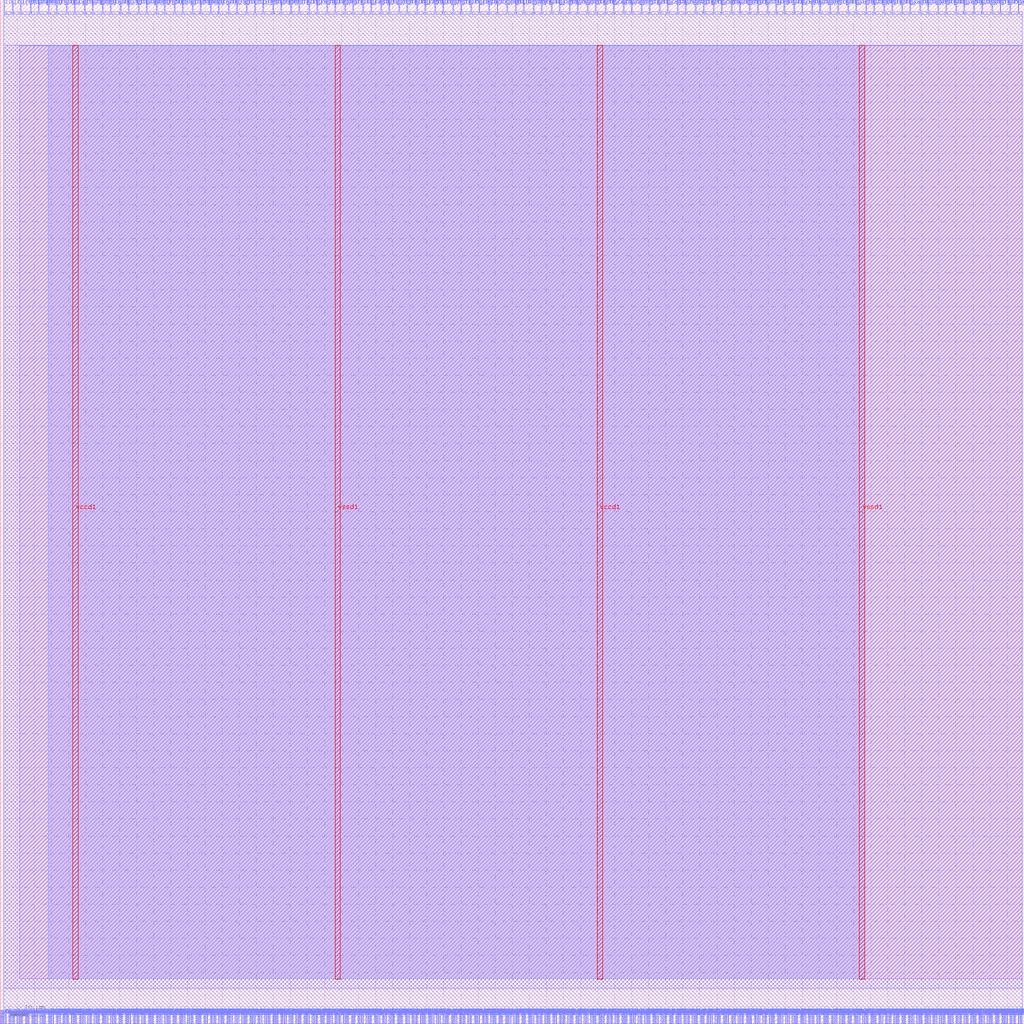
<source format=lef>
VERSION 5.7 ;
  NOWIREEXTENSIONATPIN ON ;
  DIVIDERCHAR "/" ;
  BUSBITCHARS "[]" ;
MACRO user_proj_example
  CLASS BLOCK ;
  FOREIGN user_proj_example ;
  ORIGIN 0.000 0.000 ;
  SIZE 300.000 BY 300.000 ;
  PIN io_in[0]
    DIRECTION INPUT ;
    USE SIGNAL ;
    PORT
      LAYER met2 ;
        RECT 1.060 296.000 1.340 300.000 ;
    END
  END io_in[0]
  PIN io_in[10]
    DIRECTION INPUT ;
    USE SIGNAL ;
    PORT
      LAYER met2 ;
        RECT 79.780 296.000 80.060 300.000 ;
    END
  END io_in[10]
  PIN io_in[11]
    DIRECTION INPUT ;
    USE SIGNAL ;
    PORT
      LAYER met2 ;
        RECT 87.460 296.000 87.740 300.000 ;
    END
  END io_in[11]
  PIN io_in[12]
    DIRECTION INPUT ;
    USE SIGNAL ;
    PORT
      LAYER met2 ;
        RECT 95.620 296.000 95.900 300.000 ;
    END
  END io_in[12]
  PIN io_in[13]
    DIRECTION INPUT ;
    USE SIGNAL ;
    PORT
      LAYER met2 ;
        RECT 103.300 296.000 103.580 300.000 ;
    END
  END io_in[13]
  PIN io_in[14]
    DIRECTION INPUT ;
    USE SIGNAL ;
    PORT
      LAYER met2 ;
        RECT 111.460 296.000 111.740 300.000 ;
    END
  END io_in[14]
  PIN io_in[15]
    DIRECTION INPUT ;
    USE SIGNAL ;
    PORT
      LAYER met2 ;
        RECT 119.140 296.000 119.420 300.000 ;
    END
  END io_in[15]
  PIN io_in[16]
    DIRECTION INPUT ;
    USE SIGNAL ;
    PORT
      LAYER met2 ;
        RECT 127.300 296.000 127.580 300.000 ;
    END
  END io_in[16]
  PIN io_in[17]
    DIRECTION INPUT ;
    USE SIGNAL ;
    PORT
      LAYER met2 ;
        RECT 134.980 296.000 135.260 300.000 ;
    END
  END io_in[17]
  PIN io_in[18]
    DIRECTION INPUT ;
    USE SIGNAL ;
    PORT
      LAYER met2 ;
        RECT 143.140 296.000 143.420 300.000 ;
    END
  END io_in[18]
  PIN io_in[19]
    DIRECTION INPUT ;
    USE SIGNAL ;
    PORT
      LAYER met2 ;
        RECT 150.820 296.000 151.100 300.000 ;
    END
  END io_in[19]
  PIN io_in[1]
    DIRECTION INPUT ;
    USE SIGNAL ;
    PORT
      LAYER met2 ;
        RECT 8.740 296.000 9.020 300.000 ;
    END
  END io_in[1]
  PIN io_in[20]
    DIRECTION INPUT ;
    USE SIGNAL ;
    PORT
      LAYER met2 ;
        RECT 158.500 296.000 158.780 300.000 ;
    END
  END io_in[20]
  PIN io_in[21]
    DIRECTION INPUT ;
    USE SIGNAL ;
    PORT
      LAYER met2 ;
        RECT 166.660 296.000 166.940 300.000 ;
    END
  END io_in[21]
  PIN io_in[22]
    DIRECTION INPUT ;
    USE SIGNAL ;
    PORT
      LAYER met2 ;
        RECT 174.340 296.000 174.620 300.000 ;
    END
  END io_in[22]
  PIN io_in[23]
    DIRECTION INPUT ;
    USE SIGNAL ;
    PORT
      LAYER met2 ;
        RECT 182.500 296.000 182.780 300.000 ;
    END
  END io_in[23]
  PIN io_in[24]
    DIRECTION INPUT ;
    USE SIGNAL ;
    PORT
      LAYER met2 ;
        RECT 190.180 296.000 190.460 300.000 ;
    END
  END io_in[24]
  PIN io_in[25]
    DIRECTION INPUT ;
    USE SIGNAL ;
    PORT
      LAYER met2 ;
        RECT 198.340 296.000 198.620 300.000 ;
    END
  END io_in[25]
  PIN io_in[26]
    DIRECTION INPUT ;
    USE SIGNAL ;
    PORT
      LAYER met2 ;
        RECT 206.020 296.000 206.300 300.000 ;
    END
  END io_in[26]
  PIN io_in[27]
    DIRECTION INPUT ;
    USE SIGNAL ;
    PORT
      LAYER met2 ;
        RECT 214.180 296.000 214.460 300.000 ;
    END
  END io_in[27]
  PIN io_in[28]
    DIRECTION INPUT ;
    USE SIGNAL ;
    PORT
      LAYER met2 ;
        RECT 221.860 296.000 222.140 300.000 ;
    END
  END io_in[28]
  PIN io_in[29]
    DIRECTION INPUT ;
    USE SIGNAL ;
    PORT
      LAYER met2 ;
        RECT 229.540 296.000 229.820 300.000 ;
    END
  END io_in[29]
  PIN io_in[2]
    DIRECTION INPUT ;
    USE SIGNAL ;
    PORT
      LAYER met2 ;
        RECT 16.420 296.000 16.700 300.000 ;
    END
  END io_in[2]
  PIN io_in[30]
    DIRECTION INPUT ;
    USE SIGNAL ;
    PORT
      LAYER met2 ;
        RECT 237.700 296.000 237.980 300.000 ;
    END
  END io_in[30]
  PIN io_in[31]
    DIRECTION INPUT ;
    USE SIGNAL ;
    PORT
      LAYER met2 ;
        RECT 245.380 296.000 245.660 300.000 ;
    END
  END io_in[31]
  PIN io_in[32]
    DIRECTION INPUT ;
    USE SIGNAL ;
    PORT
      LAYER met2 ;
        RECT 253.540 296.000 253.820 300.000 ;
    END
  END io_in[32]
  PIN io_in[33]
    DIRECTION INPUT ;
    USE SIGNAL ;
    PORT
      LAYER met2 ;
        RECT 261.220 296.000 261.500 300.000 ;
    END
  END io_in[33]
  PIN io_in[34]
    DIRECTION INPUT ;
    USE SIGNAL ;
    PORT
      LAYER met2 ;
        RECT 269.380 296.000 269.660 300.000 ;
    END
  END io_in[34]
  PIN io_in[35]
    DIRECTION INPUT ;
    USE SIGNAL ;
    PORT
      LAYER met2 ;
        RECT 277.060 296.000 277.340 300.000 ;
    END
  END io_in[35]
  PIN io_in[36]
    DIRECTION INPUT ;
    USE SIGNAL ;
    PORT
      LAYER met2 ;
        RECT 285.220 296.000 285.500 300.000 ;
    END
  END io_in[36]
  PIN io_in[37]
    DIRECTION INPUT ;
    USE SIGNAL ;
    PORT
      LAYER met2 ;
        RECT 292.900 296.000 293.180 300.000 ;
    END
  END io_in[37]
  PIN io_in[3]
    DIRECTION INPUT ;
    USE SIGNAL ;
    PORT
      LAYER met2 ;
        RECT 24.580 296.000 24.860 300.000 ;
    END
  END io_in[3]
  PIN io_in[4]
    DIRECTION INPUT ;
    USE SIGNAL ;
    PORT
      LAYER met2 ;
        RECT 32.260 296.000 32.540 300.000 ;
    END
  END io_in[4]
  PIN io_in[5]
    DIRECTION INPUT ;
    USE SIGNAL ;
    PORT
      LAYER met2 ;
        RECT 40.420 296.000 40.700 300.000 ;
    END
  END io_in[5]
  PIN io_in[6]
    DIRECTION INPUT ;
    USE SIGNAL ;
    PORT
      LAYER met2 ;
        RECT 48.100 296.000 48.380 300.000 ;
    END
  END io_in[6]
  PIN io_in[7]
    DIRECTION INPUT ;
    USE SIGNAL ;
    PORT
      LAYER met2 ;
        RECT 56.260 296.000 56.540 300.000 ;
    END
  END io_in[7]
  PIN io_in[8]
    DIRECTION INPUT ;
    USE SIGNAL ;
    PORT
      LAYER met2 ;
        RECT 63.940 296.000 64.220 300.000 ;
    END
  END io_in[8]
  PIN io_in[9]
    DIRECTION INPUT ;
    USE SIGNAL ;
    PORT
      LAYER met2 ;
        RECT 72.100 296.000 72.380 300.000 ;
    END
  END io_in[9]
  PIN io_oeb[0]
    DIRECTION OUTPUT TRISTATE ;
    USE SIGNAL ;
    PORT
      LAYER met2 ;
        RECT 3.460 296.000 3.740 300.000 ;
    END
  END io_oeb[0]
  PIN io_oeb[10]
    DIRECTION OUTPUT TRISTATE ;
    USE SIGNAL ;
    PORT
      LAYER met2 ;
        RECT 82.180 296.000 82.460 300.000 ;
    END
  END io_oeb[10]
  PIN io_oeb[11]
    DIRECTION OUTPUT TRISTATE ;
    USE SIGNAL ;
    PORT
      LAYER met2 ;
        RECT 90.340 296.000 90.620 300.000 ;
    END
  END io_oeb[11]
  PIN io_oeb[12]
    DIRECTION OUTPUT TRISTATE ;
    USE SIGNAL ;
    PORT
      LAYER met2 ;
        RECT 98.020 296.000 98.300 300.000 ;
    END
  END io_oeb[12]
  PIN io_oeb[13]
    DIRECTION OUTPUT TRISTATE ;
    USE SIGNAL ;
    PORT
      LAYER met2 ;
        RECT 106.180 296.000 106.460 300.000 ;
    END
  END io_oeb[13]
  PIN io_oeb[14]
    DIRECTION OUTPUT TRISTATE ;
    USE SIGNAL ;
    PORT
      LAYER met2 ;
        RECT 113.860 296.000 114.140 300.000 ;
    END
  END io_oeb[14]
  PIN io_oeb[15]
    DIRECTION OUTPUT TRISTATE ;
    USE SIGNAL ;
    PORT
      LAYER met2 ;
        RECT 122.020 296.000 122.300 300.000 ;
    END
  END io_oeb[15]
  PIN io_oeb[16]
    DIRECTION OUTPUT TRISTATE ;
    USE SIGNAL ;
    PORT
      LAYER met2 ;
        RECT 129.700 296.000 129.980 300.000 ;
    END
  END io_oeb[16]
  PIN io_oeb[17]
    DIRECTION OUTPUT TRISTATE ;
    USE SIGNAL ;
    PORT
      LAYER met2 ;
        RECT 137.860 296.000 138.140 300.000 ;
    END
  END io_oeb[17]
  PIN io_oeb[18]
    DIRECTION OUTPUT TRISTATE ;
    USE SIGNAL ;
    PORT
      LAYER met2 ;
        RECT 145.540 296.000 145.820 300.000 ;
    END
  END io_oeb[18]
  PIN io_oeb[19]
    DIRECTION OUTPUT TRISTATE ;
    USE SIGNAL ;
    PORT
      LAYER met2 ;
        RECT 153.220 296.000 153.500 300.000 ;
    END
  END io_oeb[19]
  PIN io_oeb[1]
    DIRECTION OUTPUT TRISTATE ;
    USE SIGNAL ;
    PORT
      LAYER met2 ;
        RECT 11.140 296.000 11.420 300.000 ;
    END
  END io_oeb[1]
  PIN io_oeb[20]
    DIRECTION OUTPUT TRISTATE ;
    USE SIGNAL ;
    PORT
      LAYER met2 ;
        RECT 161.380 296.000 161.660 300.000 ;
    END
  END io_oeb[20]
  PIN io_oeb[21]
    DIRECTION OUTPUT TRISTATE ;
    USE SIGNAL ;
    PORT
      LAYER met2 ;
        RECT 169.060 296.000 169.340 300.000 ;
    END
  END io_oeb[21]
  PIN io_oeb[22]
    DIRECTION OUTPUT TRISTATE ;
    USE SIGNAL ;
    PORT
      LAYER met2 ;
        RECT 177.220 296.000 177.500 300.000 ;
    END
  END io_oeb[22]
  PIN io_oeb[23]
    DIRECTION OUTPUT TRISTATE ;
    USE SIGNAL ;
    PORT
      LAYER met2 ;
        RECT 184.900 296.000 185.180 300.000 ;
    END
  END io_oeb[23]
  PIN io_oeb[24]
    DIRECTION OUTPUT TRISTATE ;
    USE SIGNAL ;
    PORT
      LAYER met2 ;
        RECT 193.060 296.000 193.340 300.000 ;
    END
  END io_oeb[24]
  PIN io_oeb[25]
    DIRECTION OUTPUT TRISTATE ;
    USE SIGNAL ;
    PORT
      LAYER met2 ;
        RECT 200.740 296.000 201.020 300.000 ;
    END
  END io_oeb[25]
  PIN io_oeb[26]
    DIRECTION OUTPUT TRISTATE ;
    USE SIGNAL ;
    PORT
      LAYER met2 ;
        RECT 208.900 296.000 209.180 300.000 ;
    END
  END io_oeb[26]
  PIN io_oeb[27]
    DIRECTION OUTPUT TRISTATE ;
    USE SIGNAL ;
    PORT
      LAYER met2 ;
        RECT 216.580 296.000 216.860 300.000 ;
    END
  END io_oeb[27]
  PIN io_oeb[28]
    DIRECTION OUTPUT TRISTATE ;
    USE SIGNAL ;
    PORT
      LAYER met2 ;
        RECT 224.740 296.000 225.020 300.000 ;
    END
  END io_oeb[28]
  PIN io_oeb[29]
    DIRECTION OUTPUT TRISTATE ;
    USE SIGNAL ;
    PORT
      LAYER met2 ;
        RECT 232.420 296.000 232.700 300.000 ;
    END
  END io_oeb[29]
  PIN io_oeb[2]
    DIRECTION OUTPUT TRISTATE ;
    USE SIGNAL ;
    PORT
      LAYER met2 ;
        RECT 19.300 296.000 19.580 300.000 ;
    END
  END io_oeb[2]
  PIN io_oeb[30]
    DIRECTION OUTPUT TRISTATE ;
    USE SIGNAL ;
    PORT
      LAYER met2 ;
        RECT 240.100 296.000 240.380 300.000 ;
    END
  END io_oeb[30]
  PIN io_oeb[31]
    DIRECTION OUTPUT TRISTATE ;
    USE SIGNAL ;
    PORT
      LAYER met2 ;
        RECT 248.260 296.000 248.540 300.000 ;
    END
  END io_oeb[31]
  PIN io_oeb[32]
    DIRECTION OUTPUT TRISTATE ;
    USE SIGNAL ;
    PORT
      LAYER met2 ;
        RECT 255.940 296.000 256.220 300.000 ;
    END
  END io_oeb[32]
  PIN io_oeb[33]
    DIRECTION OUTPUT TRISTATE ;
    USE SIGNAL ;
    PORT
      LAYER met2 ;
        RECT 264.100 296.000 264.380 300.000 ;
    END
  END io_oeb[33]
  PIN io_oeb[34]
    DIRECTION OUTPUT TRISTATE ;
    USE SIGNAL ;
    PORT
      LAYER met2 ;
        RECT 271.780 296.000 272.060 300.000 ;
    END
  END io_oeb[34]
  PIN io_oeb[35]
    DIRECTION OUTPUT TRISTATE ;
    USE SIGNAL ;
    PORT
      LAYER met2 ;
        RECT 279.940 296.000 280.220 300.000 ;
    END
  END io_oeb[35]
  PIN io_oeb[36]
    DIRECTION OUTPUT TRISTATE ;
    USE SIGNAL ;
    PORT
      LAYER met2 ;
        RECT 287.620 296.000 287.900 300.000 ;
    END
  END io_oeb[36]
  PIN io_oeb[37]
    DIRECTION OUTPUT TRISTATE ;
    USE SIGNAL ;
    PORT
      LAYER met2 ;
        RECT 295.780 296.000 296.060 300.000 ;
    END
  END io_oeb[37]
  PIN io_oeb[3]
    DIRECTION OUTPUT TRISTATE ;
    USE SIGNAL ;
    PORT
      LAYER met2 ;
        RECT 26.980 296.000 27.260 300.000 ;
    END
  END io_oeb[3]
  PIN io_oeb[4]
    DIRECTION OUTPUT TRISTATE ;
    USE SIGNAL ;
    PORT
      LAYER met2 ;
        RECT 35.140 296.000 35.420 300.000 ;
    END
  END io_oeb[4]
  PIN io_oeb[5]
    DIRECTION OUTPUT TRISTATE ;
    USE SIGNAL ;
    PORT
      LAYER met2 ;
        RECT 42.820 296.000 43.100 300.000 ;
    END
  END io_oeb[5]
  PIN io_oeb[6]
    DIRECTION OUTPUT TRISTATE ;
    USE SIGNAL ;
    PORT
      LAYER met2 ;
        RECT 50.980 296.000 51.260 300.000 ;
    END
  END io_oeb[6]
  PIN io_oeb[7]
    DIRECTION OUTPUT TRISTATE ;
    USE SIGNAL ;
    PORT
      LAYER met2 ;
        RECT 58.660 296.000 58.940 300.000 ;
    END
  END io_oeb[7]
  PIN io_oeb[8]
    DIRECTION OUTPUT TRISTATE ;
    USE SIGNAL ;
    PORT
      LAYER met2 ;
        RECT 66.820 296.000 67.100 300.000 ;
    END
  END io_oeb[8]
  PIN io_oeb[9]
    DIRECTION OUTPUT TRISTATE ;
    USE SIGNAL ;
    PORT
      LAYER met2 ;
        RECT 74.500 296.000 74.780 300.000 ;
    END
  END io_oeb[9]
  PIN io_out[0]
    DIRECTION OUTPUT TRISTATE ;
    USE SIGNAL ;
    PORT
      LAYER met2 ;
        RECT 5.860 296.000 6.140 300.000 ;
    END
  END io_out[0]
  PIN io_out[10]
    DIRECTION OUTPUT TRISTATE ;
    USE SIGNAL ;
    PORT
      LAYER met2 ;
        RECT 85.060 296.000 85.340 300.000 ;
    END
  END io_out[10]
  PIN io_out[11]
    DIRECTION OUTPUT TRISTATE ;
    USE SIGNAL ;
    PORT
      LAYER met2 ;
        RECT 92.740 296.000 93.020 300.000 ;
    END
  END io_out[11]
  PIN io_out[12]
    DIRECTION OUTPUT TRISTATE ;
    USE SIGNAL ;
    PORT
      LAYER met2 ;
        RECT 100.900 296.000 101.180 300.000 ;
    END
  END io_out[12]
  PIN io_out[13]
    DIRECTION OUTPUT TRISTATE ;
    USE SIGNAL ;
    PORT
      LAYER met2 ;
        RECT 108.580 296.000 108.860 300.000 ;
    END
  END io_out[13]
  PIN io_out[14]
    DIRECTION OUTPUT TRISTATE ;
    USE SIGNAL ;
    PORT
      LAYER met2 ;
        RECT 116.740 296.000 117.020 300.000 ;
    END
  END io_out[14]
  PIN io_out[15]
    DIRECTION OUTPUT TRISTATE ;
    USE SIGNAL ;
    PORT
      LAYER met2 ;
        RECT 124.420 296.000 124.700 300.000 ;
    END
  END io_out[15]
  PIN io_out[16]
    DIRECTION OUTPUT TRISTATE ;
    USE SIGNAL ;
    PORT
      LAYER met2 ;
        RECT 132.580 296.000 132.860 300.000 ;
    END
  END io_out[16]
  PIN io_out[17]
    DIRECTION OUTPUT TRISTATE ;
    USE SIGNAL ;
    PORT
      LAYER met2 ;
        RECT 140.260 296.000 140.540 300.000 ;
    END
  END io_out[17]
  PIN io_out[18]
    DIRECTION OUTPUT TRISTATE ;
    USE SIGNAL ;
    PORT
      LAYER met2 ;
        RECT 148.420 296.000 148.700 300.000 ;
    END
  END io_out[18]
  PIN io_out[19]
    DIRECTION OUTPUT TRISTATE ;
    USE SIGNAL ;
    PORT
      LAYER met2 ;
        RECT 156.100 296.000 156.380 300.000 ;
    END
  END io_out[19]
  PIN io_out[1]
    DIRECTION OUTPUT TRISTATE ;
    USE SIGNAL ;
    PORT
      LAYER met2 ;
        RECT 14.020 296.000 14.300 300.000 ;
    END
  END io_out[1]
  PIN io_out[20]
    DIRECTION OUTPUT TRISTATE ;
    USE SIGNAL ;
    PORT
      LAYER met2 ;
        RECT 163.780 296.000 164.060 300.000 ;
    END
  END io_out[20]
  PIN io_out[21]
    DIRECTION OUTPUT TRISTATE ;
    USE SIGNAL ;
    PORT
      LAYER met2 ;
        RECT 171.940 296.000 172.220 300.000 ;
    END
  END io_out[21]
  PIN io_out[22]
    DIRECTION OUTPUT TRISTATE ;
    USE SIGNAL ;
    PORT
      LAYER met2 ;
        RECT 179.620 296.000 179.900 300.000 ;
    END
  END io_out[22]
  PIN io_out[23]
    DIRECTION OUTPUT TRISTATE ;
    USE SIGNAL ;
    PORT
      LAYER met2 ;
        RECT 187.780 296.000 188.060 300.000 ;
    END
  END io_out[23]
  PIN io_out[24]
    DIRECTION OUTPUT TRISTATE ;
    USE SIGNAL ;
    PORT
      LAYER met2 ;
        RECT 195.460 296.000 195.740 300.000 ;
    END
  END io_out[24]
  PIN io_out[25]
    DIRECTION OUTPUT TRISTATE ;
    USE SIGNAL ;
    PORT
      LAYER met2 ;
        RECT 203.620 296.000 203.900 300.000 ;
    END
  END io_out[25]
  PIN io_out[26]
    DIRECTION OUTPUT TRISTATE ;
    USE SIGNAL ;
    PORT
      LAYER met2 ;
        RECT 211.300 296.000 211.580 300.000 ;
    END
  END io_out[26]
  PIN io_out[27]
    DIRECTION OUTPUT TRISTATE ;
    USE SIGNAL ;
    PORT
      LAYER met2 ;
        RECT 219.460 296.000 219.740 300.000 ;
    END
  END io_out[27]
  PIN io_out[28]
    DIRECTION OUTPUT TRISTATE ;
    USE SIGNAL ;
    PORT
      LAYER met2 ;
        RECT 227.140 296.000 227.420 300.000 ;
    END
  END io_out[28]
  PIN io_out[29]
    DIRECTION OUTPUT TRISTATE ;
    USE SIGNAL ;
    PORT
      LAYER met2 ;
        RECT 234.820 296.000 235.100 300.000 ;
    END
  END io_out[29]
  PIN io_out[2]
    DIRECTION OUTPUT TRISTATE ;
    USE SIGNAL ;
    PORT
      LAYER met2 ;
        RECT 21.700 296.000 21.980 300.000 ;
    END
  END io_out[2]
  PIN io_out[30]
    DIRECTION OUTPUT TRISTATE ;
    USE SIGNAL ;
    PORT
      LAYER met2 ;
        RECT 242.980 296.000 243.260 300.000 ;
    END
  END io_out[30]
  PIN io_out[31]
    DIRECTION OUTPUT TRISTATE ;
    USE SIGNAL ;
    PORT
      LAYER met2 ;
        RECT 250.660 296.000 250.940 300.000 ;
    END
  END io_out[31]
  PIN io_out[32]
    DIRECTION OUTPUT TRISTATE ;
    USE SIGNAL ;
    PORT
      LAYER met2 ;
        RECT 258.820 296.000 259.100 300.000 ;
    END
  END io_out[32]
  PIN io_out[33]
    DIRECTION OUTPUT TRISTATE ;
    USE SIGNAL ;
    PORT
      LAYER met2 ;
        RECT 266.500 296.000 266.780 300.000 ;
    END
  END io_out[33]
  PIN io_out[34]
    DIRECTION OUTPUT TRISTATE ;
    USE SIGNAL ;
    PORT
      LAYER met2 ;
        RECT 274.660 296.000 274.940 300.000 ;
    END
  END io_out[34]
  PIN io_out[35]
    DIRECTION OUTPUT TRISTATE ;
    USE SIGNAL ;
    PORT
      LAYER met2 ;
        RECT 282.340 296.000 282.620 300.000 ;
    END
  END io_out[35]
  PIN io_out[36]
    DIRECTION OUTPUT TRISTATE ;
    USE SIGNAL ;
    PORT
      LAYER met2 ;
        RECT 290.500 296.000 290.780 300.000 ;
    END
  END io_out[36]
  PIN io_out[37]
    DIRECTION OUTPUT TRISTATE ;
    USE SIGNAL ;
    PORT
      LAYER met2 ;
        RECT 298.180 296.000 298.460 300.000 ;
    END
  END io_out[37]
  PIN io_out[3]
    DIRECTION OUTPUT TRISTATE ;
    USE SIGNAL ;
    PORT
      LAYER met2 ;
        RECT 29.860 296.000 30.140 300.000 ;
    END
  END io_out[3]
  PIN io_out[4]
    DIRECTION OUTPUT TRISTATE ;
    USE SIGNAL ;
    PORT
      LAYER met2 ;
        RECT 37.540 296.000 37.820 300.000 ;
    END
  END io_out[4]
  PIN io_out[5]
    DIRECTION OUTPUT TRISTATE ;
    USE SIGNAL ;
    PORT
      LAYER met2 ;
        RECT 45.700 296.000 45.980 300.000 ;
    END
  END io_out[5]
  PIN io_out[6]
    DIRECTION OUTPUT TRISTATE ;
    USE SIGNAL ;
    PORT
      LAYER met2 ;
        RECT 53.380 296.000 53.660 300.000 ;
    END
  END io_out[6]
  PIN io_out[7]
    DIRECTION OUTPUT TRISTATE ;
    USE SIGNAL ;
    PORT
      LAYER met2 ;
        RECT 61.540 296.000 61.820 300.000 ;
    END
  END io_out[7]
  PIN io_out[8]
    DIRECTION OUTPUT TRISTATE ;
    USE SIGNAL ;
    PORT
      LAYER met2 ;
        RECT 69.220 296.000 69.500 300.000 ;
    END
  END io_out[8]
  PIN io_out[9]
    DIRECTION OUTPUT TRISTATE ;
    USE SIGNAL ;
    PORT
      LAYER met2 ;
        RECT 76.900 296.000 77.180 300.000 ;
    END
  END io_out[9]
  PIN irq[0]
    DIRECTION OUTPUT TRISTATE ;
    USE SIGNAL ;
    PORT
      LAYER met2 ;
        RECT 298.180 0.000 298.460 4.000 ;
    END
  END irq[0]
  PIN irq[1]
    DIRECTION OUTPUT TRISTATE ;
    USE SIGNAL ;
    PORT
      LAYER met2 ;
        RECT 298.660 0.000 298.940 4.000 ;
    END
  END irq[1]
  PIN irq[2]
    DIRECTION OUTPUT TRISTATE ;
    USE SIGNAL ;
    PORT
      LAYER met2 ;
        RECT 299.140 0.000 299.420 4.000 ;
    END
  END irq[2]
  PIN la_data_in[0]
    DIRECTION INPUT ;
    USE SIGNAL ;
    PORT
      LAYER met2 ;
        RECT 64.420 0.000 64.700 4.000 ;
    END
  END la_data_in[0]
  PIN la_data_in[100]
    DIRECTION INPUT ;
    USE SIGNAL ;
    PORT
      LAYER met2 ;
        RECT 246.820 0.000 247.100 4.000 ;
    END
  END la_data_in[100]
  PIN la_data_in[101]
    DIRECTION INPUT ;
    USE SIGNAL ;
    PORT
      LAYER met2 ;
        RECT 248.740 0.000 249.020 4.000 ;
    END
  END la_data_in[101]
  PIN la_data_in[102]
    DIRECTION INPUT ;
    USE SIGNAL ;
    PORT
      LAYER met2 ;
        RECT 250.660 0.000 250.940 4.000 ;
    END
  END la_data_in[102]
  PIN la_data_in[103]
    DIRECTION INPUT ;
    USE SIGNAL ;
    PORT
      LAYER met2 ;
        RECT 252.580 0.000 252.860 4.000 ;
    END
  END la_data_in[103]
  PIN la_data_in[104]
    DIRECTION INPUT ;
    USE SIGNAL ;
    PORT
      LAYER met2 ;
        RECT 254.020 0.000 254.300 4.000 ;
    END
  END la_data_in[104]
  PIN la_data_in[105]
    DIRECTION INPUT ;
    USE SIGNAL ;
    PORT
      LAYER met2 ;
        RECT 255.940 0.000 256.220 4.000 ;
    END
  END la_data_in[105]
  PIN la_data_in[106]
    DIRECTION INPUT ;
    USE SIGNAL ;
    PORT
      LAYER met2 ;
        RECT 257.860 0.000 258.140 4.000 ;
    END
  END la_data_in[106]
  PIN la_data_in[107]
    DIRECTION INPUT ;
    USE SIGNAL ;
    PORT
      LAYER met2 ;
        RECT 259.780 0.000 260.060 4.000 ;
    END
  END la_data_in[107]
  PIN la_data_in[108]
    DIRECTION INPUT ;
    USE SIGNAL ;
    PORT
      LAYER met2 ;
        RECT 261.700 0.000 261.980 4.000 ;
    END
  END la_data_in[108]
  PIN la_data_in[109]
    DIRECTION INPUT ;
    USE SIGNAL ;
    PORT
      LAYER met2 ;
        RECT 263.140 0.000 263.420 4.000 ;
    END
  END la_data_in[109]
  PIN la_data_in[10]
    DIRECTION INPUT ;
    USE SIGNAL ;
    PORT
      LAYER met2 ;
        RECT 82.660 0.000 82.940 4.000 ;
    END
  END la_data_in[10]
  PIN la_data_in[110]
    DIRECTION INPUT ;
    USE SIGNAL ;
    PORT
      LAYER met2 ;
        RECT 265.060 0.000 265.340 4.000 ;
    END
  END la_data_in[110]
  PIN la_data_in[111]
    DIRECTION INPUT ;
    USE SIGNAL ;
    PORT
      LAYER met2 ;
        RECT 266.980 0.000 267.260 4.000 ;
    END
  END la_data_in[111]
  PIN la_data_in[112]
    DIRECTION INPUT ;
    USE SIGNAL ;
    PORT
      LAYER met2 ;
        RECT 268.900 0.000 269.180 4.000 ;
    END
  END la_data_in[112]
  PIN la_data_in[113]
    DIRECTION INPUT ;
    USE SIGNAL ;
    PORT
      LAYER met2 ;
        RECT 270.820 0.000 271.100 4.000 ;
    END
  END la_data_in[113]
  PIN la_data_in[114]
    DIRECTION INPUT ;
    USE SIGNAL ;
    PORT
      LAYER met2 ;
        RECT 272.260 0.000 272.540 4.000 ;
    END
  END la_data_in[114]
  PIN la_data_in[115]
    DIRECTION INPUT ;
    USE SIGNAL ;
    PORT
      LAYER met2 ;
        RECT 274.180 0.000 274.460 4.000 ;
    END
  END la_data_in[115]
  PIN la_data_in[116]
    DIRECTION INPUT ;
    USE SIGNAL ;
    PORT
      LAYER met2 ;
        RECT 276.100 0.000 276.380 4.000 ;
    END
  END la_data_in[116]
  PIN la_data_in[117]
    DIRECTION INPUT ;
    USE SIGNAL ;
    PORT
      LAYER met2 ;
        RECT 278.020 0.000 278.300 4.000 ;
    END
  END la_data_in[117]
  PIN la_data_in[118]
    DIRECTION INPUT ;
    USE SIGNAL ;
    PORT
      LAYER met2 ;
        RECT 279.940 0.000 280.220 4.000 ;
    END
  END la_data_in[118]
  PIN la_data_in[119]
    DIRECTION INPUT ;
    USE SIGNAL ;
    PORT
      LAYER met2 ;
        RECT 281.380 0.000 281.660 4.000 ;
    END
  END la_data_in[119]
  PIN la_data_in[11]
    DIRECTION INPUT ;
    USE SIGNAL ;
    PORT
      LAYER met2 ;
        RECT 84.580 0.000 84.860 4.000 ;
    END
  END la_data_in[11]
  PIN la_data_in[120]
    DIRECTION INPUT ;
    USE SIGNAL ;
    PORT
      LAYER met2 ;
        RECT 283.300 0.000 283.580 4.000 ;
    END
  END la_data_in[120]
  PIN la_data_in[121]
    DIRECTION INPUT ;
    USE SIGNAL ;
    PORT
      LAYER met2 ;
        RECT 285.220 0.000 285.500 4.000 ;
    END
  END la_data_in[121]
  PIN la_data_in[122]
    DIRECTION INPUT ;
    USE SIGNAL ;
    PORT
      LAYER met2 ;
        RECT 287.140 0.000 287.420 4.000 ;
    END
  END la_data_in[122]
  PIN la_data_in[123]
    DIRECTION INPUT ;
    USE SIGNAL ;
    PORT
      LAYER met2 ;
        RECT 289.060 0.000 289.340 4.000 ;
    END
  END la_data_in[123]
  PIN la_data_in[124]
    DIRECTION INPUT ;
    USE SIGNAL ;
    PORT
      LAYER met2 ;
        RECT 290.500 0.000 290.780 4.000 ;
    END
  END la_data_in[124]
  PIN la_data_in[125]
    DIRECTION INPUT ;
    USE SIGNAL ;
    PORT
      LAYER met2 ;
        RECT 292.420 0.000 292.700 4.000 ;
    END
  END la_data_in[125]
  PIN la_data_in[126]
    DIRECTION INPUT ;
    USE SIGNAL ;
    PORT
      LAYER met2 ;
        RECT 294.340 0.000 294.620 4.000 ;
    END
  END la_data_in[126]
  PIN la_data_in[127]
    DIRECTION INPUT ;
    USE SIGNAL ;
    PORT
      LAYER met2 ;
        RECT 296.260 0.000 296.540 4.000 ;
    END
  END la_data_in[127]
  PIN la_data_in[12]
    DIRECTION INPUT ;
    USE SIGNAL ;
    PORT
      LAYER met2 ;
        RECT 86.500 0.000 86.780 4.000 ;
    END
  END la_data_in[12]
  PIN la_data_in[13]
    DIRECTION INPUT ;
    USE SIGNAL ;
    PORT
      LAYER met2 ;
        RECT 87.940 0.000 88.220 4.000 ;
    END
  END la_data_in[13]
  PIN la_data_in[14]
    DIRECTION INPUT ;
    USE SIGNAL ;
    PORT
      LAYER met2 ;
        RECT 89.860 0.000 90.140 4.000 ;
    END
  END la_data_in[14]
  PIN la_data_in[15]
    DIRECTION INPUT ;
    USE SIGNAL ;
    PORT
      LAYER met2 ;
        RECT 91.780 0.000 92.060 4.000 ;
    END
  END la_data_in[15]
  PIN la_data_in[16]
    DIRECTION INPUT ;
    USE SIGNAL ;
    PORT
      LAYER met2 ;
        RECT 93.700 0.000 93.980 4.000 ;
    END
  END la_data_in[16]
  PIN la_data_in[17]
    DIRECTION INPUT ;
    USE SIGNAL ;
    PORT
      LAYER met2 ;
        RECT 95.620 0.000 95.900 4.000 ;
    END
  END la_data_in[17]
  PIN la_data_in[18]
    DIRECTION INPUT ;
    USE SIGNAL ;
    PORT
      LAYER met2 ;
        RECT 97.060 0.000 97.340 4.000 ;
    END
  END la_data_in[18]
  PIN la_data_in[19]
    DIRECTION INPUT ;
    USE SIGNAL ;
    PORT
      LAYER met2 ;
        RECT 98.980 0.000 99.260 4.000 ;
    END
  END la_data_in[19]
  PIN la_data_in[1]
    DIRECTION INPUT ;
    USE SIGNAL ;
    PORT
      LAYER met2 ;
        RECT 66.340 0.000 66.620 4.000 ;
    END
  END la_data_in[1]
  PIN la_data_in[20]
    DIRECTION INPUT ;
    USE SIGNAL ;
    PORT
      LAYER met2 ;
        RECT 100.900 0.000 101.180 4.000 ;
    END
  END la_data_in[20]
  PIN la_data_in[21]
    DIRECTION INPUT ;
    USE SIGNAL ;
    PORT
      LAYER met2 ;
        RECT 102.820 0.000 103.100 4.000 ;
    END
  END la_data_in[21]
  PIN la_data_in[22]
    DIRECTION INPUT ;
    USE SIGNAL ;
    PORT
      LAYER met2 ;
        RECT 104.740 0.000 105.020 4.000 ;
    END
  END la_data_in[22]
  PIN la_data_in[23]
    DIRECTION INPUT ;
    USE SIGNAL ;
    PORT
      LAYER met2 ;
        RECT 106.180 0.000 106.460 4.000 ;
    END
  END la_data_in[23]
  PIN la_data_in[24]
    DIRECTION INPUT ;
    USE SIGNAL ;
    PORT
      LAYER met2 ;
        RECT 108.100 0.000 108.380 4.000 ;
    END
  END la_data_in[24]
  PIN la_data_in[25]
    DIRECTION INPUT ;
    USE SIGNAL ;
    PORT
      LAYER met2 ;
        RECT 110.020 0.000 110.300 4.000 ;
    END
  END la_data_in[25]
  PIN la_data_in[26]
    DIRECTION INPUT ;
    USE SIGNAL ;
    PORT
      LAYER met2 ;
        RECT 111.940 0.000 112.220 4.000 ;
    END
  END la_data_in[26]
  PIN la_data_in[27]
    DIRECTION INPUT ;
    USE SIGNAL ;
    PORT
      LAYER met2 ;
        RECT 113.860 0.000 114.140 4.000 ;
    END
  END la_data_in[27]
  PIN la_data_in[28]
    DIRECTION INPUT ;
    USE SIGNAL ;
    PORT
      LAYER met2 ;
        RECT 115.300 0.000 115.580 4.000 ;
    END
  END la_data_in[28]
  PIN la_data_in[29]
    DIRECTION INPUT ;
    USE SIGNAL ;
    PORT
      LAYER met2 ;
        RECT 117.220 0.000 117.500 4.000 ;
    END
  END la_data_in[29]
  PIN la_data_in[2]
    DIRECTION INPUT ;
    USE SIGNAL ;
    PORT
      LAYER met2 ;
        RECT 67.780 0.000 68.060 4.000 ;
    END
  END la_data_in[2]
  PIN la_data_in[30]
    DIRECTION INPUT ;
    USE SIGNAL ;
    PORT
      LAYER met2 ;
        RECT 119.140 0.000 119.420 4.000 ;
    END
  END la_data_in[30]
  PIN la_data_in[31]
    DIRECTION INPUT ;
    USE SIGNAL ;
    PORT
      LAYER met2 ;
        RECT 121.060 0.000 121.340 4.000 ;
    END
  END la_data_in[31]
  PIN la_data_in[32]
    DIRECTION INPUT ;
    USE SIGNAL ;
    PORT
      LAYER met2 ;
        RECT 122.980 0.000 123.260 4.000 ;
    END
  END la_data_in[32]
  PIN la_data_in[33]
    DIRECTION INPUT ;
    USE SIGNAL ;
    PORT
      LAYER met2 ;
        RECT 124.420 0.000 124.700 4.000 ;
    END
  END la_data_in[33]
  PIN la_data_in[34]
    DIRECTION INPUT ;
    USE SIGNAL ;
    PORT
      LAYER met2 ;
        RECT 126.340 0.000 126.620 4.000 ;
    END
  END la_data_in[34]
  PIN la_data_in[35]
    DIRECTION INPUT ;
    USE SIGNAL ;
    PORT
      LAYER met2 ;
        RECT 128.260 0.000 128.540 4.000 ;
    END
  END la_data_in[35]
  PIN la_data_in[36]
    DIRECTION INPUT ;
    USE SIGNAL ;
    PORT
      LAYER met2 ;
        RECT 130.180 0.000 130.460 4.000 ;
    END
  END la_data_in[36]
  PIN la_data_in[37]
    DIRECTION INPUT ;
    USE SIGNAL ;
    PORT
      LAYER met2 ;
        RECT 132.100 0.000 132.380 4.000 ;
    END
  END la_data_in[37]
  PIN la_data_in[38]
    DIRECTION INPUT ;
    USE SIGNAL ;
    PORT
      LAYER met2 ;
        RECT 133.540 0.000 133.820 4.000 ;
    END
  END la_data_in[38]
  PIN la_data_in[39]
    DIRECTION INPUT ;
    USE SIGNAL ;
    PORT
      LAYER met2 ;
        RECT 135.460 0.000 135.740 4.000 ;
    END
  END la_data_in[39]
  PIN la_data_in[3]
    DIRECTION INPUT ;
    USE SIGNAL ;
    PORT
      LAYER met2 ;
        RECT 69.700 0.000 69.980 4.000 ;
    END
  END la_data_in[3]
  PIN la_data_in[40]
    DIRECTION INPUT ;
    USE SIGNAL ;
    PORT
      LAYER met2 ;
        RECT 137.380 0.000 137.660 4.000 ;
    END
  END la_data_in[40]
  PIN la_data_in[41]
    DIRECTION INPUT ;
    USE SIGNAL ;
    PORT
      LAYER met2 ;
        RECT 139.300 0.000 139.580 4.000 ;
    END
  END la_data_in[41]
  PIN la_data_in[42]
    DIRECTION INPUT ;
    USE SIGNAL ;
    PORT
      LAYER met2 ;
        RECT 141.220 0.000 141.500 4.000 ;
    END
  END la_data_in[42]
  PIN la_data_in[43]
    DIRECTION INPUT ;
    USE SIGNAL ;
    PORT
      LAYER met2 ;
        RECT 142.660 0.000 142.940 4.000 ;
    END
  END la_data_in[43]
  PIN la_data_in[44]
    DIRECTION INPUT ;
    USE SIGNAL ;
    PORT
      LAYER met2 ;
        RECT 144.580 0.000 144.860 4.000 ;
    END
  END la_data_in[44]
  PIN la_data_in[45]
    DIRECTION INPUT ;
    USE SIGNAL ;
    PORT
      LAYER met2 ;
        RECT 146.500 0.000 146.780 4.000 ;
    END
  END la_data_in[45]
  PIN la_data_in[46]
    DIRECTION INPUT ;
    USE SIGNAL ;
    PORT
      LAYER met2 ;
        RECT 148.420 0.000 148.700 4.000 ;
    END
  END la_data_in[46]
  PIN la_data_in[47]
    DIRECTION INPUT ;
    USE SIGNAL ;
    PORT
      LAYER met2 ;
        RECT 150.340 0.000 150.620 4.000 ;
    END
  END la_data_in[47]
  PIN la_data_in[48]
    DIRECTION INPUT ;
    USE SIGNAL ;
    PORT
      LAYER met2 ;
        RECT 151.780 0.000 152.060 4.000 ;
    END
  END la_data_in[48]
  PIN la_data_in[49]
    DIRECTION INPUT ;
    USE SIGNAL ;
    PORT
      LAYER met2 ;
        RECT 153.700 0.000 153.980 4.000 ;
    END
  END la_data_in[49]
  PIN la_data_in[4]
    DIRECTION INPUT ;
    USE SIGNAL ;
    PORT
      LAYER met2 ;
        RECT 71.620 0.000 71.900 4.000 ;
    END
  END la_data_in[4]
  PIN la_data_in[50]
    DIRECTION INPUT ;
    USE SIGNAL ;
    PORT
      LAYER met2 ;
        RECT 155.620 0.000 155.900 4.000 ;
    END
  END la_data_in[50]
  PIN la_data_in[51]
    DIRECTION INPUT ;
    USE SIGNAL ;
    PORT
      LAYER met2 ;
        RECT 157.540 0.000 157.820 4.000 ;
    END
  END la_data_in[51]
  PIN la_data_in[52]
    DIRECTION INPUT ;
    USE SIGNAL ;
    PORT
      LAYER met2 ;
        RECT 159.460 0.000 159.740 4.000 ;
    END
  END la_data_in[52]
  PIN la_data_in[53]
    DIRECTION INPUT ;
    USE SIGNAL ;
    PORT
      LAYER met2 ;
        RECT 160.900 0.000 161.180 4.000 ;
    END
  END la_data_in[53]
  PIN la_data_in[54]
    DIRECTION INPUT ;
    USE SIGNAL ;
    PORT
      LAYER met2 ;
        RECT 162.820 0.000 163.100 4.000 ;
    END
  END la_data_in[54]
  PIN la_data_in[55]
    DIRECTION INPUT ;
    USE SIGNAL ;
    PORT
      LAYER met2 ;
        RECT 164.740 0.000 165.020 4.000 ;
    END
  END la_data_in[55]
  PIN la_data_in[56]
    DIRECTION INPUT ;
    USE SIGNAL ;
    PORT
      LAYER met2 ;
        RECT 166.660 0.000 166.940 4.000 ;
    END
  END la_data_in[56]
  PIN la_data_in[57]
    DIRECTION INPUT ;
    USE SIGNAL ;
    PORT
      LAYER met2 ;
        RECT 168.580 0.000 168.860 4.000 ;
    END
  END la_data_in[57]
  PIN la_data_in[58]
    DIRECTION INPUT ;
    USE SIGNAL ;
    PORT
      LAYER met2 ;
        RECT 170.020 0.000 170.300 4.000 ;
    END
  END la_data_in[58]
  PIN la_data_in[59]
    DIRECTION INPUT ;
    USE SIGNAL ;
    PORT
      LAYER met2 ;
        RECT 171.940 0.000 172.220 4.000 ;
    END
  END la_data_in[59]
  PIN la_data_in[5]
    DIRECTION INPUT ;
    USE SIGNAL ;
    PORT
      LAYER met2 ;
        RECT 73.540 0.000 73.820 4.000 ;
    END
  END la_data_in[5]
  PIN la_data_in[60]
    DIRECTION INPUT ;
    USE SIGNAL ;
    PORT
      LAYER met2 ;
        RECT 173.860 0.000 174.140 4.000 ;
    END
  END la_data_in[60]
  PIN la_data_in[61]
    DIRECTION INPUT ;
    USE SIGNAL ;
    PORT
      LAYER met2 ;
        RECT 175.780 0.000 176.060 4.000 ;
    END
  END la_data_in[61]
  PIN la_data_in[62]
    DIRECTION INPUT ;
    USE SIGNAL ;
    PORT
      LAYER met2 ;
        RECT 177.700 0.000 177.980 4.000 ;
    END
  END la_data_in[62]
  PIN la_data_in[63]
    DIRECTION INPUT ;
    USE SIGNAL ;
    PORT
      LAYER met2 ;
        RECT 179.140 0.000 179.420 4.000 ;
    END
  END la_data_in[63]
  PIN la_data_in[64]
    DIRECTION INPUT ;
    USE SIGNAL ;
    PORT
      LAYER met2 ;
        RECT 181.060 0.000 181.340 4.000 ;
    END
  END la_data_in[64]
  PIN la_data_in[65]
    DIRECTION INPUT ;
    USE SIGNAL ;
    PORT
      LAYER met2 ;
        RECT 182.980 0.000 183.260 4.000 ;
    END
  END la_data_in[65]
  PIN la_data_in[66]
    DIRECTION INPUT ;
    USE SIGNAL ;
    PORT
      LAYER met2 ;
        RECT 184.900 0.000 185.180 4.000 ;
    END
  END la_data_in[66]
  PIN la_data_in[67]
    DIRECTION INPUT ;
    USE SIGNAL ;
    PORT
      LAYER met2 ;
        RECT 186.820 0.000 187.100 4.000 ;
    END
  END la_data_in[67]
  PIN la_data_in[68]
    DIRECTION INPUT ;
    USE SIGNAL ;
    PORT
      LAYER met2 ;
        RECT 188.740 0.000 189.020 4.000 ;
    END
  END la_data_in[68]
  PIN la_data_in[69]
    DIRECTION INPUT ;
    USE SIGNAL ;
    PORT
      LAYER met2 ;
        RECT 190.180 0.000 190.460 4.000 ;
    END
  END la_data_in[69]
  PIN la_data_in[6]
    DIRECTION INPUT ;
    USE SIGNAL ;
    PORT
      LAYER met2 ;
        RECT 75.460 0.000 75.740 4.000 ;
    END
  END la_data_in[6]
  PIN la_data_in[70]
    DIRECTION INPUT ;
    USE SIGNAL ;
    PORT
      LAYER met2 ;
        RECT 192.100 0.000 192.380 4.000 ;
    END
  END la_data_in[70]
  PIN la_data_in[71]
    DIRECTION INPUT ;
    USE SIGNAL ;
    PORT
      LAYER met2 ;
        RECT 194.020 0.000 194.300 4.000 ;
    END
  END la_data_in[71]
  PIN la_data_in[72]
    DIRECTION INPUT ;
    USE SIGNAL ;
    PORT
      LAYER met2 ;
        RECT 195.940 0.000 196.220 4.000 ;
    END
  END la_data_in[72]
  PIN la_data_in[73]
    DIRECTION INPUT ;
    USE SIGNAL ;
    PORT
      LAYER met2 ;
        RECT 197.860 0.000 198.140 4.000 ;
    END
  END la_data_in[73]
  PIN la_data_in[74]
    DIRECTION INPUT ;
    USE SIGNAL ;
    PORT
      LAYER met2 ;
        RECT 199.300 0.000 199.580 4.000 ;
    END
  END la_data_in[74]
  PIN la_data_in[75]
    DIRECTION INPUT ;
    USE SIGNAL ;
    PORT
      LAYER met2 ;
        RECT 201.220 0.000 201.500 4.000 ;
    END
  END la_data_in[75]
  PIN la_data_in[76]
    DIRECTION INPUT ;
    USE SIGNAL ;
    PORT
      LAYER met2 ;
        RECT 203.140 0.000 203.420 4.000 ;
    END
  END la_data_in[76]
  PIN la_data_in[77]
    DIRECTION INPUT ;
    USE SIGNAL ;
    PORT
      LAYER met2 ;
        RECT 205.060 0.000 205.340 4.000 ;
    END
  END la_data_in[77]
  PIN la_data_in[78]
    DIRECTION INPUT ;
    USE SIGNAL ;
    PORT
      LAYER met2 ;
        RECT 206.980 0.000 207.260 4.000 ;
    END
  END la_data_in[78]
  PIN la_data_in[79]
    DIRECTION INPUT ;
    USE SIGNAL ;
    PORT
      LAYER met2 ;
        RECT 208.420 0.000 208.700 4.000 ;
    END
  END la_data_in[79]
  PIN la_data_in[7]
    DIRECTION INPUT ;
    USE SIGNAL ;
    PORT
      LAYER met2 ;
        RECT 77.380 0.000 77.660 4.000 ;
    END
  END la_data_in[7]
  PIN la_data_in[80]
    DIRECTION INPUT ;
    USE SIGNAL ;
    PORT
      LAYER met2 ;
        RECT 210.340 0.000 210.620 4.000 ;
    END
  END la_data_in[80]
  PIN la_data_in[81]
    DIRECTION INPUT ;
    USE SIGNAL ;
    PORT
      LAYER met2 ;
        RECT 212.260 0.000 212.540 4.000 ;
    END
  END la_data_in[81]
  PIN la_data_in[82]
    DIRECTION INPUT ;
    USE SIGNAL ;
    PORT
      LAYER met2 ;
        RECT 214.180 0.000 214.460 4.000 ;
    END
  END la_data_in[82]
  PIN la_data_in[83]
    DIRECTION INPUT ;
    USE SIGNAL ;
    PORT
      LAYER met2 ;
        RECT 216.100 0.000 216.380 4.000 ;
    END
  END la_data_in[83]
  PIN la_data_in[84]
    DIRECTION INPUT ;
    USE SIGNAL ;
    PORT
      LAYER met2 ;
        RECT 217.540 0.000 217.820 4.000 ;
    END
  END la_data_in[84]
  PIN la_data_in[85]
    DIRECTION INPUT ;
    USE SIGNAL ;
    PORT
      LAYER met2 ;
        RECT 219.460 0.000 219.740 4.000 ;
    END
  END la_data_in[85]
  PIN la_data_in[86]
    DIRECTION INPUT ;
    USE SIGNAL ;
    PORT
      LAYER met2 ;
        RECT 221.380 0.000 221.660 4.000 ;
    END
  END la_data_in[86]
  PIN la_data_in[87]
    DIRECTION INPUT ;
    USE SIGNAL ;
    PORT
      LAYER met2 ;
        RECT 223.300 0.000 223.580 4.000 ;
    END
  END la_data_in[87]
  PIN la_data_in[88]
    DIRECTION INPUT ;
    USE SIGNAL ;
    PORT
      LAYER met2 ;
        RECT 225.220 0.000 225.500 4.000 ;
    END
  END la_data_in[88]
  PIN la_data_in[89]
    DIRECTION INPUT ;
    USE SIGNAL ;
    PORT
      LAYER met2 ;
        RECT 226.660 0.000 226.940 4.000 ;
    END
  END la_data_in[89]
  PIN la_data_in[8]
    DIRECTION INPUT ;
    USE SIGNAL ;
    PORT
      LAYER met2 ;
        RECT 78.820 0.000 79.100 4.000 ;
    END
  END la_data_in[8]
  PIN la_data_in[90]
    DIRECTION INPUT ;
    USE SIGNAL ;
    PORT
      LAYER met2 ;
        RECT 228.580 0.000 228.860 4.000 ;
    END
  END la_data_in[90]
  PIN la_data_in[91]
    DIRECTION INPUT ;
    USE SIGNAL ;
    PORT
      LAYER met2 ;
        RECT 230.500 0.000 230.780 4.000 ;
    END
  END la_data_in[91]
  PIN la_data_in[92]
    DIRECTION INPUT ;
    USE SIGNAL ;
    PORT
      LAYER met2 ;
        RECT 232.420 0.000 232.700 4.000 ;
    END
  END la_data_in[92]
  PIN la_data_in[93]
    DIRECTION INPUT ;
    USE SIGNAL ;
    PORT
      LAYER met2 ;
        RECT 234.340 0.000 234.620 4.000 ;
    END
  END la_data_in[93]
  PIN la_data_in[94]
    DIRECTION INPUT ;
    USE SIGNAL ;
    PORT
      LAYER met2 ;
        RECT 235.780 0.000 236.060 4.000 ;
    END
  END la_data_in[94]
  PIN la_data_in[95]
    DIRECTION INPUT ;
    USE SIGNAL ;
    PORT
      LAYER met2 ;
        RECT 237.700 0.000 237.980 4.000 ;
    END
  END la_data_in[95]
  PIN la_data_in[96]
    DIRECTION INPUT ;
    USE SIGNAL ;
    PORT
      LAYER met2 ;
        RECT 239.620 0.000 239.900 4.000 ;
    END
  END la_data_in[96]
  PIN la_data_in[97]
    DIRECTION INPUT ;
    USE SIGNAL ;
    PORT
      LAYER met2 ;
        RECT 241.540 0.000 241.820 4.000 ;
    END
  END la_data_in[97]
  PIN la_data_in[98]
    DIRECTION INPUT ;
    USE SIGNAL ;
    PORT
      LAYER met2 ;
        RECT 243.460 0.000 243.740 4.000 ;
    END
  END la_data_in[98]
  PIN la_data_in[99]
    DIRECTION INPUT ;
    USE SIGNAL ;
    PORT
      LAYER met2 ;
        RECT 244.900 0.000 245.180 4.000 ;
    END
  END la_data_in[99]
  PIN la_data_in[9]
    DIRECTION INPUT ;
    USE SIGNAL ;
    PORT
      LAYER met2 ;
        RECT 80.740 0.000 81.020 4.000 ;
    END
  END la_data_in[9]
  PIN la_data_out[0]
    DIRECTION OUTPUT TRISTATE ;
    USE SIGNAL ;
    PORT
      LAYER met2 ;
        RECT 64.900 0.000 65.180 4.000 ;
    END
  END la_data_out[0]
  PIN la_data_out[100]
    DIRECTION OUTPUT TRISTATE ;
    USE SIGNAL ;
    PORT
      LAYER met2 ;
        RECT 247.300 0.000 247.580 4.000 ;
    END
  END la_data_out[100]
  PIN la_data_out[101]
    DIRECTION OUTPUT TRISTATE ;
    USE SIGNAL ;
    PORT
      LAYER met2 ;
        RECT 249.220 0.000 249.500 4.000 ;
    END
  END la_data_out[101]
  PIN la_data_out[102]
    DIRECTION OUTPUT TRISTATE ;
    USE SIGNAL ;
    PORT
      LAYER met2 ;
        RECT 251.140 0.000 251.420 4.000 ;
    END
  END la_data_out[102]
  PIN la_data_out[103]
    DIRECTION OUTPUT TRISTATE ;
    USE SIGNAL ;
    PORT
      LAYER met2 ;
        RECT 253.060 0.000 253.340 4.000 ;
    END
  END la_data_out[103]
  PIN la_data_out[104]
    DIRECTION OUTPUT TRISTATE ;
    USE SIGNAL ;
    PORT
      LAYER met2 ;
        RECT 254.980 0.000 255.260 4.000 ;
    END
  END la_data_out[104]
  PIN la_data_out[105]
    DIRECTION OUTPUT TRISTATE ;
    USE SIGNAL ;
    PORT
      LAYER met2 ;
        RECT 256.420 0.000 256.700 4.000 ;
    END
  END la_data_out[105]
  PIN la_data_out[106]
    DIRECTION OUTPUT TRISTATE ;
    USE SIGNAL ;
    PORT
      LAYER met2 ;
        RECT 258.340 0.000 258.620 4.000 ;
    END
  END la_data_out[106]
  PIN la_data_out[107]
    DIRECTION OUTPUT TRISTATE ;
    USE SIGNAL ;
    PORT
      LAYER met2 ;
        RECT 260.260 0.000 260.540 4.000 ;
    END
  END la_data_out[107]
  PIN la_data_out[108]
    DIRECTION OUTPUT TRISTATE ;
    USE SIGNAL ;
    PORT
      LAYER met2 ;
        RECT 262.180 0.000 262.460 4.000 ;
    END
  END la_data_out[108]
  PIN la_data_out[109]
    DIRECTION OUTPUT TRISTATE ;
    USE SIGNAL ;
    PORT
      LAYER met2 ;
        RECT 264.100 0.000 264.380 4.000 ;
    END
  END la_data_out[109]
  PIN la_data_out[10]
    DIRECTION OUTPUT TRISTATE ;
    USE SIGNAL ;
    PORT
      LAYER met2 ;
        RECT 83.140 0.000 83.420 4.000 ;
    END
  END la_data_out[10]
  PIN la_data_out[110]
    DIRECTION OUTPUT TRISTATE ;
    USE SIGNAL ;
    PORT
      LAYER met2 ;
        RECT 266.020 0.000 266.300 4.000 ;
    END
  END la_data_out[110]
  PIN la_data_out[111]
    DIRECTION OUTPUT TRISTATE ;
    USE SIGNAL ;
    PORT
      LAYER met2 ;
        RECT 267.460 0.000 267.740 4.000 ;
    END
  END la_data_out[111]
  PIN la_data_out[112]
    DIRECTION OUTPUT TRISTATE ;
    USE SIGNAL ;
    PORT
      LAYER met2 ;
        RECT 269.380 0.000 269.660 4.000 ;
    END
  END la_data_out[112]
  PIN la_data_out[113]
    DIRECTION OUTPUT TRISTATE ;
    USE SIGNAL ;
    PORT
      LAYER met2 ;
        RECT 271.300 0.000 271.580 4.000 ;
    END
  END la_data_out[113]
  PIN la_data_out[114]
    DIRECTION OUTPUT TRISTATE ;
    USE SIGNAL ;
    PORT
      LAYER met2 ;
        RECT 273.220 0.000 273.500 4.000 ;
    END
  END la_data_out[114]
  PIN la_data_out[115]
    DIRECTION OUTPUT TRISTATE ;
    USE SIGNAL ;
    PORT
      LAYER met2 ;
        RECT 275.140 0.000 275.420 4.000 ;
    END
  END la_data_out[115]
  PIN la_data_out[116]
    DIRECTION OUTPUT TRISTATE ;
    USE SIGNAL ;
    PORT
      LAYER met2 ;
        RECT 276.580 0.000 276.860 4.000 ;
    END
  END la_data_out[116]
  PIN la_data_out[117]
    DIRECTION OUTPUT TRISTATE ;
    USE SIGNAL ;
    PORT
      LAYER met2 ;
        RECT 278.500 0.000 278.780 4.000 ;
    END
  END la_data_out[117]
  PIN la_data_out[118]
    DIRECTION OUTPUT TRISTATE ;
    USE SIGNAL ;
    PORT
      LAYER met2 ;
        RECT 280.420 0.000 280.700 4.000 ;
    END
  END la_data_out[118]
  PIN la_data_out[119]
    DIRECTION OUTPUT TRISTATE ;
    USE SIGNAL ;
    PORT
      LAYER met2 ;
        RECT 282.340 0.000 282.620 4.000 ;
    END
  END la_data_out[119]
  PIN la_data_out[11]
    DIRECTION OUTPUT TRISTATE ;
    USE SIGNAL ;
    PORT
      LAYER met2 ;
        RECT 85.060 0.000 85.340 4.000 ;
    END
  END la_data_out[11]
  PIN la_data_out[120]
    DIRECTION OUTPUT TRISTATE ;
    USE SIGNAL ;
    PORT
      LAYER met2 ;
        RECT 284.260 0.000 284.540 4.000 ;
    END
  END la_data_out[120]
  PIN la_data_out[121]
    DIRECTION OUTPUT TRISTATE ;
    USE SIGNAL ;
    PORT
      LAYER met2 ;
        RECT 285.700 0.000 285.980 4.000 ;
    END
  END la_data_out[121]
  PIN la_data_out[122]
    DIRECTION OUTPUT TRISTATE ;
    USE SIGNAL ;
    PORT
      LAYER met2 ;
        RECT 287.620 0.000 287.900 4.000 ;
    END
  END la_data_out[122]
  PIN la_data_out[123]
    DIRECTION OUTPUT TRISTATE ;
    USE SIGNAL ;
    PORT
      LAYER met2 ;
        RECT 289.540 0.000 289.820 4.000 ;
    END
  END la_data_out[123]
  PIN la_data_out[124]
    DIRECTION OUTPUT TRISTATE ;
    USE SIGNAL ;
    PORT
      LAYER met2 ;
        RECT 291.460 0.000 291.740 4.000 ;
    END
  END la_data_out[124]
  PIN la_data_out[125]
    DIRECTION OUTPUT TRISTATE ;
    USE SIGNAL ;
    PORT
      LAYER met2 ;
        RECT 293.380 0.000 293.660 4.000 ;
    END
  END la_data_out[125]
  PIN la_data_out[126]
    DIRECTION OUTPUT TRISTATE ;
    USE SIGNAL ;
    PORT
      LAYER met2 ;
        RECT 294.820 0.000 295.100 4.000 ;
    END
  END la_data_out[126]
  PIN la_data_out[127]
    DIRECTION OUTPUT TRISTATE ;
    USE SIGNAL ;
    PORT
      LAYER met2 ;
        RECT 296.740 0.000 297.020 4.000 ;
    END
  END la_data_out[127]
  PIN la_data_out[12]
    DIRECTION OUTPUT TRISTATE ;
    USE SIGNAL ;
    PORT
      LAYER met2 ;
        RECT 86.980 0.000 87.260 4.000 ;
    END
  END la_data_out[12]
  PIN la_data_out[13]
    DIRECTION OUTPUT TRISTATE ;
    USE SIGNAL ;
    PORT
      LAYER met2 ;
        RECT 88.900 0.000 89.180 4.000 ;
    END
  END la_data_out[13]
  PIN la_data_out[14]
    DIRECTION OUTPUT TRISTATE ;
    USE SIGNAL ;
    PORT
      LAYER met2 ;
        RECT 90.340 0.000 90.620 4.000 ;
    END
  END la_data_out[14]
  PIN la_data_out[15]
    DIRECTION OUTPUT TRISTATE ;
    USE SIGNAL ;
    PORT
      LAYER met2 ;
        RECT 92.260 0.000 92.540 4.000 ;
    END
  END la_data_out[15]
  PIN la_data_out[16]
    DIRECTION OUTPUT TRISTATE ;
    USE SIGNAL ;
    PORT
      LAYER met2 ;
        RECT 94.180 0.000 94.460 4.000 ;
    END
  END la_data_out[16]
  PIN la_data_out[17]
    DIRECTION OUTPUT TRISTATE ;
    USE SIGNAL ;
    PORT
      LAYER met2 ;
        RECT 96.100 0.000 96.380 4.000 ;
    END
  END la_data_out[17]
  PIN la_data_out[18]
    DIRECTION OUTPUT TRISTATE ;
    USE SIGNAL ;
    PORT
      LAYER met2 ;
        RECT 98.020 0.000 98.300 4.000 ;
    END
  END la_data_out[18]
  PIN la_data_out[19]
    DIRECTION OUTPUT TRISTATE ;
    USE SIGNAL ;
    PORT
      LAYER met2 ;
        RECT 99.460 0.000 99.740 4.000 ;
    END
  END la_data_out[19]
  PIN la_data_out[1]
    DIRECTION OUTPUT TRISTATE ;
    USE SIGNAL ;
    PORT
      LAYER met2 ;
        RECT 66.820 0.000 67.100 4.000 ;
    END
  END la_data_out[1]
  PIN la_data_out[20]
    DIRECTION OUTPUT TRISTATE ;
    USE SIGNAL ;
    PORT
      LAYER met2 ;
        RECT 101.380 0.000 101.660 4.000 ;
    END
  END la_data_out[20]
  PIN la_data_out[21]
    DIRECTION OUTPUT TRISTATE ;
    USE SIGNAL ;
    PORT
      LAYER met2 ;
        RECT 103.300 0.000 103.580 4.000 ;
    END
  END la_data_out[21]
  PIN la_data_out[22]
    DIRECTION OUTPUT TRISTATE ;
    USE SIGNAL ;
    PORT
      LAYER met2 ;
        RECT 105.220 0.000 105.500 4.000 ;
    END
  END la_data_out[22]
  PIN la_data_out[23]
    DIRECTION OUTPUT TRISTATE ;
    USE SIGNAL ;
    PORT
      LAYER met2 ;
        RECT 107.140 0.000 107.420 4.000 ;
    END
  END la_data_out[23]
  PIN la_data_out[24]
    DIRECTION OUTPUT TRISTATE ;
    USE SIGNAL ;
    PORT
      LAYER met2 ;
        RECT 108.580 0.000 108.860 4.000 ;
    END
  END la_data_out[24]
  PIN la_data_out[25]
    DIRECTION OUTPUT TRISTATE ;
    USE SIGNAL ;
    PORT
      LAYER met2 ;
        RECT 110.500 0.000 110.780 4.000 ;
    END
  END la_data_out[25]
  PIN la_data_out[26]
    DIRECTION OUTPUT TRISTATE ;
    USE SIGNAL ;
    PORT
      LAYER met2 ;
        RECT 112.420 0.000 112.700 4.000 ;
    END
  END la_data_out[26]
  PIN la_data_out[27]
    DIRECTION OUTPUT TRISTATE ;
    USE SIGNAL ;
    PORT
      LAYER met2 ;
        RECT 114.340 0.000 114.620 4.000 ;
    END
  END la_data_out[27]
  PIN la_data_out[28]
    DIRECTION OUTPUT TRISTATE ;
    USE SIGNAL ;
    PORT
      LAYER met2 ;
        RECT 116.260 0.000 116.540 4.000 ;
    END
  END la_data_out[28]
  PIN la_data_out[29]
    DIRECTION OUTPUT TRISTATE ;
    USE SIGNAL ;
    PORT
      LAYER met2 ;
        RECT 117.700 0.000 117.980 4.000 ;
    END
  END la_data_out[29]
  PIN la_data_out[2]
    DIRECTION OUTPUT TRISTATE ;
    USE SIGNAL ;
    PORT
      LAYER met2 ;
        RECT 68.740 0.000 69.020 4.000 ;
    END
  END la_data_out[2]
  PIN la_data_out[30]
    DIRECTION OUTPUT TRISTATE ;
    USE SIGNAL ;
    PORT
      LAYER met2 ;
        RECT 119.620 0.000 119.900 4.000 ;
    END
  END la_data_out[30]
  PIN la_data_out[31]
    DIRECTION OUTPUT TRISTATE ;
    USE SIGNAL ;
    PORT
      LAYER met2 ;
        RECT 121.540 0.000 121.820 4.000 ;
    END
  END la_data_out[31]
  PIN la_data_out[32]
    DIRECTION OUTPUT TRISTATE ;
    USE SIGNAL ;
    PORT
      LAYER met2 ;
        RECT 123.460 0.000 123.740 4.000 ;
    END
  END la_data_out[32]
  PIN la_data_out[33]
    DIRECTION OUTPUT TRISTATE ;
    USE SIGNAL ;
    PORT
      LAYER met2 ;
        RECT 125.380 0.000 125.660 4.000 ;
    END
  END la_data_out[33]
  PIN la_data_out[34]
    DIRECTION OUTPUT TRISTATE ;
    USE SIGNAL ;
    PORT
      LAYER met2 ;
        RECT 126.820 0.000 127.100 4.000 ;
    END
  END la_data_out[34]
  PIN la_data_out[35]
    DIRECTION OUTPUT TRISTATE ;
    USE SIGNAL ;
    PORT
      LAYER met2 ;
        RECT 128.740 0.000 129.020 4.000 ;
    END
  END la_data_out[35]
  PIN la_data_out[36]
    DIRECTION OUTPUT TRISTATE ;
    USE SIGNAL ;
    PORT
      LAYER met2 ;
        RECT 130.660 0.000 130.940 4.000 ;
    END
  END la_data_out[36]
  PIN la_data_out[37]
    DIRECTION OUTPUT TRISTATE ;
    USE SIGNAL ;
    PORT
      LAYER met2 ;
        RECT 132.580 0.000 132.860 4.000 ;
    END
  END la_data_out[37]
  PIN la_data_out[38]
    DIRECTION OUTPUT TRISTATE ;
    USE SIGNAL ;
    PORT
      LAYER met2 ;
        RECT 134.500 0.000 134.780 4.000 ;
    END
  END la_data_out[38]
  PIN la_data_out[39]
    DIRECTION OUTPUT TRISTATE ;
    USE SIGNAL ;
    PORT
      LAYER met2 ;
        RECT 135.940 0.000 136.220 4.000 ;
    END
  END la_data_out[39]
  PIN la_data_out[3]
    DIRECTION OUTPUT TRISTATE ;
    USE SIGNAL ;
    PORT
      LAYER met2 ;
        RECT 70.660 0.000 70.940 4.000 ;
    END
  END la_data_out[3]
  PIN la_data_out[40]
    DIRECTION OUTPUT TRISTATE ;
    USE SIGNAL ;
    PORT
      LAYER met2 ;
        RECT 137.860 0.000 138.140 4.000 ;
    END
  END la_data_out[40]
  PIN la_data_out[41]
    DIRECTION OUTPUT TRISTATE ;
    USE SIGNAL ;
    PORT
      LAYER met2 ;
        RECT 139.780 0.000 140.060 4.000 ;
    END
  END la_data_out[41]
  PIN la_data_out[42]
    DIRECTION OUTPUT TRISTATE ;
    USE SIGNAL ;
    PORT
      LAYER met2 ;
        RECT 141.700 0.000 141.980 4.000 ;
    END
  END la_data_out[42]
  PIN la_data_out[43]
    DIRECTION OUTPUT TRISTATE ;
    USE SIGNAL ;
    PORT
      LAYER met2 ;
        RECT 143.620 0.000 143.900 4.000 ;
    END
  END la_data_out[43]
  PIN la_data_out[44]
    DIRECTION OUTPUT TRISTATE ;
    USE SIGNAL ;
    PORT
      LAYER met2 ;
        RECT 145.060 0.000 145.340 4.000 ;
    END
  END la_data_out[44]
  PIN la_data_out[45]
    DIRECTION OUTPUT TRISTATE ;
    USE SIGNAL ;
    PORT
      LAYER met2 ;
        RECT 146.980 0.000 147.260 4.000 ;
    END
  END la_data_out[45]
  PIN la_data_out[46]
    DIRECTION OUTPUT TRISTATE ;
    USE SIGNAL ;
    PORT
      LAYER met2 ;
        RECT 148.900 0.000 149.180 4.000 ;
    END
  END la_data_out[46]
  PIN la_data_out[47]
    DIRECTION OUTPUT TRISTATE ;
    USE SIGNAL ;
    PORT
      LAYER met2 ;
        RECT 150.820 0.000 151.100 4.000 ;
    END
  END la_data_out[47]
  PIN la_data_out[48]
    DIRECTION OUTPUT TRISTATE ;
    USE SIGNAL ;
    PORT
      LAYER met2 ;
        RECT 152.740 0.000 153.020 4.000 ;
    END
  END la_data_out[48]
  PIN la_data_out[49]
    DIRECTION OUTPUT TRISTATE ;
    USE SIGNAL ;
    PORT
      LAYER met2 ;
        RECT 154.660 0.000 154.940 4.000 ;
    END
  END la_data_out[49]
  PIN la_data_out[4]
    DIRECTION OUTPUT TRISTATE ;
    USE SIGNAL ;
    PORT
      LAYER met2 ;
        RECT 72.100 0.000 72.380 4.000 ;
    END
  END la_data_out[4]
  PIN la_data_out[50]
    DIRECTION OUTPUT TRISTATE ;
    USE SIGNAL ;
    PORT
      LAYER met2 ;
        RECT 156.100 0.000 156.380 4.000 ;
    END
  END la_data_out[50]
  PIN la_data_out[51]
    DIRECTION OUTPUT TRISTATE ;
    USE SIGNAL ;
    PORT
      LAYER met2 ;
        RECT 158.020 0.000 158.300 4.000 ;
    END
  END la_data_out[51]
  PIN la_data_out[52]
    DIRECTION OUTPUT TRISTATE ;
    USE SIGNAL ;
    PORT
      LAYER met2 ;
        RECT 159.940 0.000 160.220 4.000 ;
    END
  END la_data_out[52]
  PIN la_data_out[53]
    DIRECTION OUTPUT TRISTATE ;
    USE SIGNAL ;
    PORT
      LAYER met2 ;
        RECT 161.860 0.000 162.140 4.000 ;
    END
  END la_data_out[53]
  PIN la_data_out[54]
    DIRECTION OUTPUT TRISTATE ;
    USE SIGNAL ;
    PORT
      LAYER met2 ;
        RECT 163.780 0.000 164.060 4.000 ;
    END
  END la_data_out[54]
  PIN la_data_out[55]
    DIRECTION OUTPUT TRISTATE ;
    USE SIGNAL ;
    PORT
      LAYER met2 ;
        RECT 165.220 0.000 165.500 4.000 ;
    END
  END la_data_out[55]
  PIN la_data_out[56]
    DIRECTION OUTPUT TRISTATE ;
    USE SIGNAL ;
    PORT
      LAYER met2 ;
        RECT 167.140 0.000 167.420 4.000 ;
    END
  END la_data_out[56]
  PIN la_data_out[57]
    DIRECTION OUTPUT TRISTATE ;
    USE SIGNAL ;
    PORT
      LAYER met2 ;
        RECT 169.060 0.000 169.340 4.000 ;
    END
  END la_data_out[57]
  PIN la_data_out[58]
    DIRECTION OUTPUT TRISTATE ;
    USE SIGNAL ;
    PORT
      LAYER met2 ;
        RECT 170.980 0.000 171.260 4.000 ;
    END
  END la_data_out[58]
  PIN la_data_out[59]
    DIRECTION OUTPUT TRISTATE ;
    USE SIGNAL ;
    PORT
      LAYER met2 ;
        RECT 172.900 0.000 173.180 4.000 ;
    END
  END la_data_out[59]
  PIN la_data_out[5]
    DIRECTION OUTPUT TRISTATE ;
    USE SIGNAL ;
    PORT
      LAYER met2 ;
        RECT 74.020 0.000 74.300 4.000 ;
    END
  END la_data_out[5]
  PIN la_data_out[60]
    DIRECTION OUTPUT TRISTATE ;
    USE SIGNAL ;
    PORT
      LAYER met2 ;
        RECT 174.340 0.000 174.620 4.000 ;
    END
  END la_data_out[60]
  PIN la_data_out[61]
    DIRECTION OUTPUT TRISTATE ;
    USE SIGNAL ;
    PORT
      LAYER met2 ;
        RECT 176.260 0.000 176.540 4.000 ;
    END
  END la_data_out[61]
  PIN la_data_out[62]
    DIRECTION OUTPUT TRISTATE ;
    USE SIGNAL ;
    PORT
      LAYER met2 ;
        RECT 178.180 0.000 178.460 4.000 ;
    END
  END la_data_out[62]
  PIN la_data_out[63]
    DIRECTION OUTPUT TRISTATE ;
    USE SIGNAL ;
    PORT
      LAYER met2 ;
        RECT 180.100 0.000 180.380 4.000 ;
    END
  END la_data_out[63]
  PIN la_data_out[64]
    DIRECTION OUTPUT TRISTATE ;
    USE SIGNAL ;
    PORT
      LAYER met2 ;
        RECT 182.020 0.000 182.300 4.000 ;
    END
  END la_data_out[64]
  PIN la_data_out[65]
    DIRECTION OUTPUT TRISTATE ;
    USE SIGNAL ;
    PORT
      LAYER met2 ;
        RECT 183.460 0.000 183.740 4.000 ;
    END
  END la_data_out[65]
  PIN la_data_out[66]
    DIRECTION OUTPUT TRISTATE ;
    USE SIGNAL ;
    PORT
      LAYER met2 ;
        RECT 185.380 0.000 185.660 4.000 ;
    END
  END la_data_out[66]
  PIN la_data_out[67]
    DIRECTION OUTPUT TRISTATE ;
    USE SIGNAL ;
    PORT
      LAYER met2 ;
        RECT 187.300 0.000 187.580 4.000 ;
    END
  END la_data_out[67]
  PIN la_data_out[68]
    DIRECTION OUTPUT TRISTATE ;
    USE SIGNAL ;
    PORT
      LAYER met2 ;
        RECT 189.220 0.000 189.500 4.000 ;
    END
  END la_data_out[68]
  PIN la_data_out[69]
    DIRECTION OUTPUT TRISTATE ;
    USE SIGNAL ;
    PORT
      LAYER met2 ;
        RECT 191.140 0.000 191.420 4.000 ;
    END
  END la_data_out[69]
  PIN la_data_out[6]
    DIRECTION OUTPUT TRISTATE ;
    USE SIGNAL ;
    PORT
      LAYER met2 ;
        RECT 75.940 0.000 76.220 4.000 ;
    END
  END la_data_out[6]
  PIN la_data_out[70]
    DIRECTION OUTPUT TRISTATE ;
    USE SIGNAL ;
    PORT
      LAYER met2 ;
        RECT 192.580 0.000 192.860 4.000 ;
    END
  END la_data_out[70]
  PIN la_data_out[71]
    DIRECTION OUTPUT TRISTATE ;
    USE SIGNAL ;
    PORT
      LAYER met2 ;
        RECT 194.500 0.000 194.780 4.000 ;
    END
  END la_data_out[71]
  PIN la_data_out[72]
    DIRECTION OUTPUT TRISTATE ;
    USE SIGNAL ;
    PORT
      LAYER met2 ;
        RECT 196.420 0.000 196.700 4.000 ;
    END
  END la_data_out[72]
  PIN la_data_out[73]
    DIRECTION OUTPUT TRISTATE ;
    USE SIGNAL ;
    PORT
      LAYER met2 ;
        RECT 198.340 0.000 198.620 4.000 ;
    END
  END la_data_out[73]
  PIN la_data_out[74]
    DIRECTION OUTPUT TRISTATE ;
    USE SIGNAL ;
    PORT
      LAYER met2 ;
        RECT 200.260 0.000 200.540 4.000 ;
    END
  END la_data_out[74]
  PIN la_data_out[75]
    DIRECTION OUTPUT TRISTATE ;
    USE SIGNAL ;
    PORT
      LAYER met2 ;
        RECT 201.700 0.000 201.980 4.000 ;
    END
  END la_data_out[75]
  PIN la_data_out[76]
    DIRECTION OUTPUT TRISTATE ;
    USE SIGNAL ;
    PORT
      LAYER met2 ;
        RECT 203.620 0.000 203.900 4.000 ;
    END
  END la_data_out[76]
  PIN la_data_out[77]
    DIRECTION OUTPUT TRISTATE ;
    USE SIGNAL ;
    PORT
      LAYER met2 ;
        RECT 205.540 0.000 205.820 4.000 ;
    END
  END la_data_out[77]
  PIN la_data_out[78]
    DIRECTION OUTPUT TRISTATE ;
    USE SIGNAL ;
    PORT
      LAYER met2 ;
        RECT 207.460 0.000 207.740 4.000 ;
    END
  END la_data_out[78]
  PIN la_data_out[79]
    DIRECTION OUTPUT TRISTATE ;
    USE SIGNAL ;
    PORT
      LAYER met2 ;
        RECT 209.380 0.000 209.660 4.000 ;
    END
  END la_data_out[79]
  PIN la_data_out[7]
    DIRECTION OUTPUT TRISTATE ;
    USE SIGNAL ;
    PORT
      LAYER met2 ;
        RECT 77.860 0.000 78.140 4.000 ;
    END
  END la_data_out[7]
  PIN la_data_out[80]
    DIRECTION OUTPUT TRISTATE ;
    USE SIGNAL ;
    PORT
      LAYER met2 ;
        RECT 210.820 0.000 211.100 4.000 ;
    END
  END la_data_out[80]
  PIN la_data_out[81]
    DIRECTION OUTPUT TRISTATE ;
    USE SIGNAL ;
    PORT
      LAYER met2 ;
        RECT 212.740 0.000 213.020 4.000 ;
    END
  END la_data_out[81]
  PIN la_data_out[82]
    DIRECTION OUTPUT TRISTATE ;
    USE SIGNAL ;
    PORT
      LAYER met2 ;
        RECT 214.660 0.000 214.940 4.000 ;
    END
  END la_data_out[82]
  PIN la_data_out[83]
    DIRECTION OUTPUT TRISTATE ;
    USE SIGNAL ;
    PORT
      LAYER met2 ;
        RECT 216.580 0.000 216.860 4.000 ;
    END
  END la_data_out[83]
  PIN la_data_out[84]
    DIRECTION OUTPUT TRISTATE ;
    USE SIGNAL ;
    PORT
      LAYER met2 ;
        RECT 218.500 0.000 218.780 4.000 ;
    END
  END la_data_out[84]
  PIN la_data_out[85]
    DIRECTION OUTPUT TRISTATE ;
    USE SIGNAL ;
    PORT
      LAYER met2 ;
        RECT 219.940 0.000 220.220 4.000 ;
    END
  END la_data_out[85]
  PIN la_data_out[86]
    DIRECTION OUTPUT TRISTATE ;
    USE SIGNAL ;
    PORT
      LAYER met2 ;
        RECT 221.860 0.000 222.140 4.000 ;
    END
  END la_data_out[86]
  PIN la_data_out[87]
    DIRECTION OUTPUT TRISTATE ;
    USE SIGNAL ;
    PORT
      LAYER met2 ;
        RECT 223.780 0.000 224.060 4.000 ;
    END
  END la_data_out[87]
  PIN la_data_out[88]
    DIRECTION OUTPUT TRISTATE ;
    USE SIGNAL ;
    PORT
      LAYER met2 ;
        RECT 225.700 0.000 225.980 4.000 ;
    END
  END la_data_out[88]
  PIN la_data_out[89]
    DIRECTION OUTPUT TRISTATE ;
    USE SIGNAL ;
    PORT
      LAYER met2 ;
        RECT 227.620 0.000 227.900 4.000 ;
    END
  END la_data_out[89]
  PIN la_data_out[8]
    DIRECTION OUTPUT TRISTATE ;
    USE SIGNAL ;
    PORT
      LAYER met2 ;
        RECT 79.780 0.000 80.060 4.000 ;
    END
  END la_data_out[8]
  PIN la_data_out[90]
    DIRECTION OUTPUT TRISTATE ;
    USE SIGNAL ;
    PORT
      LAYER met2 ;
        RECT 229.060 0.000 229.340 4.000 ;
    END
  END la_data_out[90]
  PIN la_data_out[91]
    DIRECTION OUTPUT TRISTATE ;
    USE SIGNAL ;
    PORT
      LAYER met2 ;
        RECT 230.980 0.000 231.260 4.000 ;
    END
  END la_data_out[91]
  PIN la_data_out[92]
    DIRECTION OUTPUT TRISTATE ;
    USE SIGNAL ;
    PORT
      LAYER met2 ;
        RECT 232.900 0.000 233.180 4.000 ;
    END
  END la_data_out[92]
  PIN la_data_out[93]
    DIRECTION OUTPUT TRISTATE ;
    USE SIGNAL ;
    PORT
      LAYER met2 ;
        RECT 234.820 0.000 235.100 4.000 ;
    END
  END la_data_out[93]
  PIN la_data_out[94]
    DIRECTION OUTPUT TRISTATE ;
    USE SIGNAL ;
    PORT
      LAYER met2 ;
        RECT 236.740 0.000 237.020 4.000 ;
    END
  END la_data_out[94]
  PIN la_data_out[95]
    DIRECTION OUTPUT TRISTATE ;
    USE SIGNAL ;
    PORT
      LAYER met2 ;
        RECT 238.180 0.000 238.460 4.000 ;
    END
  END la_data_out[95]
  PIN la_data_out[96]
    DIRECTION OUTPUT TRISTATE ;
    USE SIGNAL ;
    PORT
      LAYER met2 ;
        RECT 240.100 0.000 240.380 4.000 ;
    END
  END la_data_out[96]
  PIN la_data_out[97]
    DIRECTION OUTPUT TRISTATE ;
    USE SIGNAL ;
    PORT
      LAYER met2 ;
        RECT 242.020 0.000 242.300 4.000 ;
    END
  END la_data_out[97]
  PIN la_data_out[98]
    DIRECTION OUTPUT TRISTATE ;
    USE SIGNAL ;
    PORT
      LAYER met2 ;
        RECT 243.940 0.000 244.220 4.000 ;
    END
  END la_data_out[98]
  PIN la_data_out[99]
    DIRECTION OUTPUT TRISTATE ;
    USE SIGNAL ;
    PORT
      LAYER met2 ;
        RECT 245.860 0.000 246.140 4.000 ;
    END
  END la_data_out[99]
  PIN la_data_out[9]
    DIRECTION OUTPUT TRISTATE ;
    USE SIGNAL ;
    PORT
      LAYER met2 ;
        RECT 81.220 0.000 81.500 4.000 ;
    END
  END la_data_out[9]
  PIN la_oenb[0]
    DIRECTION INPUT ;
    USE SIGNAL ;
    PORT
      LAYER met2 ;
        RECT 65.380 0.000 65.660 4.000 ;
    END
  END la_oenb[0]
  PIN la_oenb[100]
    DIRECTION INPUT ;
    USE SIGNAL ;
    PORT
      LAYER met2 ;
        RECT 248.260 0.000 248.540 4.000 ;
    END
  END la_oenb[100]
  PIN la_oenb[101]
    DIRECTION INPUT ;
    USE SIGNAL ;
    PORT
      LAYER met2 ;
        RECT 250.180 0.000 250.460 4.000 ;
    END
  END la_oenb[101]
  PIN la_oenb[102]
    DIRECTION INPUT ;
    USE SIGNAL ;
    PORT
      LAYER met2 ;
        RECT 251.620 0.000 251.900 4.000 ;
    END
  END la_oenb[102]
  PIN la_oenb[103]
    DIRECTION INPUT ;
    USE SIGNAL ;
    PORT
      LAYER met2 ;
        RECT 253.540 0.000 253.820 4.000 ;
    END
  END la_oenb[103]
  PIN la_oenb[104]
    DIRECTION INPUT ;
    USE SIGNAL ;
    PORT
      LAYER met2 ;
        RECT 255.460 0.000 255.740 4.000 ;
    END
  END la_oenb[104]
  PIN la_oenb[105]
    DIRECTION INPUT ;
    USE SIGNAL ;
    PORT
      LAYER met2 ;
        RECT 257.380 0.000 257.660 4.000 ;
    END
  END la_oenb[105]
  PIN la_oenb[106]
    DIRECTION INPUT ;
    USE SIGNAL ;
    PORT
      LAYER met2 ;
        RECT 259.300 0.000 259.580 4.000 ;
    END
  END la_oenb[106]
  PIN la_oenb[107]
    DIRECTION INPUT ;
    USE SIGNAL ;
    PORT
      LAYER met2 ;
        RECT 260.740 0.000 261.020 4.000 ;
    END
  END la_oenb[107]
  PIN la_oenb[108]
    DIRECTION INPUT ;
    USE SIGNAL ;
    PORT
      LAYER met2 ;
        RECT 262.660 0.000 262.940 4.000 ;
    END
  END la_oenb[108]
  PIN la_oenb[109]
    DIRECTION INPUT ;
    USE SIGNAL ;
    PORT
      LAYER met2 ;
        RECT 264.580 0.000 264.860 4.000 ;
    END
  END la_oenb[109]
  PIN la_oenb[10]
    DIRECTION INPUT ;
    USE SIGNAL ;
    PORT
      LAYER met2 ;
        RECT 83.620 0.000 83.900 4.000 ;
    END
  END la_oenb[10]
  PIN la_oenb[110]
    DIRECTION INPUT ;
    USE SIGNAL ;
    PORT
      LAYER met2 ;
        RECT 266.500 0.000 266.780 4.000 ;
    END
  END la_oenb[110]
  PIN la_oenb[111]
    DIRECTION INPUT ;
    USE SIGNAL ;
    PORT
      LAYER met2 ;
        RECT 268.420 0.000 268.700 4.000 ;
    END
  END la_oenb[111]
  PIN la_oenb[112]
    DIRECTION INPUT ;
    USE SIGNAL ;
    PORT
      LAYER met2 ;
        RECT 269.860 0.000 270.140 4.000 ;
    END
  END la_oenb[112]
  PIN la_oenb[113]
    DIRECTION INPUT ;
    USE SIGNAL ;
    PORT
      LAYER met2 ;
        RECT 271.780 0.000 272.060 4.000 ;
    END
  END la_oenb[113]
  PIN la_oenb[114]
    DIRECTION INPUT ;
    USE SIGNAL ;
    PORT
      LAYER met2 ;
        RECT 273.700 0.000 273.980 4.000 ;
    END
  END la_oenb[114]
  PIN la_oenb[115]
    DIRECTION INPUT ;
    USE SIGNAL ;
    PORT
      LAYER met2 ;
        RECT 275.620 0.000 275.900 4.000 ;
    END
  END la_oenb[115]
  PIN la_oenb[116]
    DIRECTION INPUT ;
    USE SIGNAL ;
    PORT
      LAYER met2 ;
        RECT 277.540 0.000 277.820 4.000 ;
    END
  END la_oenb[116]
  PIN la_oenb[117]
    DIRECTION INPUT ;
    USE SIGNAL ;
    PORT
      LAYER met2 ;
        RECT 278.980 0.000 279.260 4.000 ;
    END
  END la_oenb[117]
  PIN la_oenb[118]
    DIRECTION INPUT ;
    USE SIGNAL ;
    PORT
      LAYER met2 ;
        RECT 280.900 0.000 281.180 4.000 ;
    END
  END la_oenb[118]
  PIN la_oenb[119]
    DIRECTION INPUT ;
    USE SIGNAL ;
    PORT
      LAYER met2 ;
        RECT 282.820 0.000 283.100 4.000 ;
    END
  END la_oenb[119]
  PIN la_oenb[11]
    DIRECTION INPUT ;
    USE SIGNAL ;
    PORT
      LAYER met2 ;
        RECT 85.540 0.000 85.820 4.000 ;
    END
  END la_oenb[11]
  PIN la_oenb[120]
    DIRECTION INPUT ;
    USE SIGNAL ;
    PORT
      LAYER met2 ;
        RECT 284.740 0.000 285.020 4.000 ;
    END
  END la_oenb[120]
  PIN la_oenb[121]
    DIRECTION INPUT ;
    USE SIGNAL ;
    PORT
      LAYER met2 ;
        RECT 286.660 0.000 286.940 4.000 ;
    END
  END la_oenb[121]
  PIN la_oenb[122]
    DIRECTION INPUT ;
    USE SIGNAL ;
    PORT
      LAYER met2 ;
        RECT 288.100 0.000 288.380 4.000 ;
    END
  END la_oenb[122]
  PIN la_oenb[123]
    DIRECTION INPUT ;
    USE SIGNAL ;
    PORT
      LAYER met2 ;
        RECT 290.020 0.000 290.300 4.000 ;
    END
  END la_oenb[123]
  PIN la_oenb[124]
    DIRECTION INPUT ;
    USE SIGNAL ;
    PORT
      LAYER met2 ;
        RECT 291.940 0.000 292.220 4.000 ;
    END
  END la_oenb[124]
  PIN la_oenb[125]
    DIRECTION INPUT ;
    USE SIGNAL ;
    PORT
      LAYER met2 ;
        RECT 293.860 0.000 294.140 4.000 ;
    END
  END la_oenb[125]
  PIN la_oenb[126]
    DIRECTION INPUT ;
    USE SIGNAL ;
    PORT
      LAYER met2 ;
        RECT 295.780 0.000 296.060 4.000 ;
    END
  END la_oenb[126]
  PIN la_oenb[127]
    DIRECTION INPUT ;
    USE SIGNAL ;
    PORT
      LAYER met2 ;
        RECT 297.220 0.000 297.500 4.000 ;
    END
  END la_oenb[127]
  PIN la_oenb[12]
    DIRECTION INPUT ;
    USE SIGNAL ;
    PORT
      LAYER met2 ;
        RECT 87.460 0.000 87.740 4.000 ;
    END
  END la_oenb[12]
  PIN la_oenb[13]
    DIRECTION INPUT ;
    USE SIGNAL ;
    PORT
      LAYER met2 ;
        RECT 89.380 0.000 89.660 4.000 ;
    END
  END la_oenb[13]
  PIN la_oenb[14]
    DIRECTION INPUT ;
    USE SIGNAL ;
    PORT
      LAYER met2 ;
        RECT 91.300 0.000 91.580 4.000 ;
    END
  END la_oenb[14]
  PIN la_oenb[15]
    DIRECTION INPUT ;
    USE SIGNAL ;
    PORT
      LAYER met2 ;
        RECT 92.740 0.000 93.020 4.000 ;
    END
  END la_oenb[15]
  PIN la_oenb[16]
    DIRECTION INPUT ;
    USE SIGNAL ;
    PORT
      LAYER met2 ;
        RECT 94.660 0.000 94.940 4.000 ;
    END
  END la_oenb[16]
  PIN la_oenb[17]
    DIRECTION INPUT ;
    USE SIGNAL ;
    PORT
      LAYER met2 ;
        RECT 96.580 0.000 96.860 4.000 ;
    END
  END la_oenb[17]
  PIN la_oenb[18]
    DIRECTION INPUT ;
    USE SIGNAL ;
    PORT
      LAYER met2 ;
        RECT 98.500 0.000 98.780 4.000 ;
    END
  END la_oenb[18]
  PIN la_oenb[19]
    DIRECTION INPUT ;
    USE SIGNAL ;
    PORT
      LAYER met2 ;
        RECT 100.420 0.000 100.700 4.000 ;
    END
  END la_oenb[19]
  PIN la_oenb[1]
    DIRECTION INPUT ;
    USE SIGNAL ;
    PORT
      LAYER met2 ;
        RECT 67.300 0.000 67.580 4.000 ;
    END
  END la_oenb[1]
  PIN la_oenb[20]
    DIRECTION INPUT ;
    USE SIGNAL ;
    PORT
      LAYER met2 ;
        RECT 101.860 0.000 102.140 4.000 ;
    END
  END la_oenb[20]
  PIN la_oenb[21]
    DIRECTION INPUT ;
    USE SIGNAL ;
    PORT
      LAYER met2 ;
        RECT 103.780 0.000 104.060 4.000 ;
    END
  END la_oenb[21]
  PIN la_oenb[22]
    DIRECTION INPUT ;
    USE SIGNAL ;
    PORT
      LAYER met2 ;
        RECT 105.700 0.000 105.980 4.000 ;
    END
  END la_oenb[22]
  PIN la_oenb[23]
    DIRECTION INPUT ;
    USE SIGNAL ;
    PORT
      LAYER met2 ;
        RECT 107.620 0.000 107.900 4.000 ;
    END
  END la_oenb[23]
  PIN la_oenb[24]
    DIRECTION INPUT ;
    USE SIGNAL ;
    PORT
      LAYER met2 ;
        RECT 109.540 0.000 109.820 4.000 ;
    END
  END la_oenb[24]
  PIN la_oenb[25]
    DIRECTION INPUT ;
    USE SIGNAL ;
    PORT
      LAYER met2 ;
        RECT 110.980 0.000 111.260 4.000 ;
    END
  END la_oenb[25]
  PIN la_oenb[26]
    DIRECTION INPUT ;
    USE SIGNAL ;
    PORT
      LAYER met2 ;
        RECT 112.900 0.000 113.180 4.000 ;
    END
  END la_oenb[26]
  PIN la_oenb[27]
    DIRECTION INPUT ;
    USE SIGNAL ;
    PORT
      LAYER met2 ;
        RECT 114.820 0.000 115.100 4.000 ;
    END
  END la_oenb[27]
  PIN la_oenb[28]
    DIRECTION INPUT ;
    USE SIGNAL ;
    PORT
      LAYER met2 ;
        RECT 116.740 0.000 117.020 4.000 ;
    END
  END la_oenb[28]
  PIN la_oenb[29]
    DIRECTION INPUT ;
    USE SIGNAL ;
    PORT
      LAYER met2 ;
        RECT 118.660 0.000 118.940 4.000 ;
    END
  END la_oenb[29]
  PIN la_oenb[2]
    DIRECTION INPUT ;
    USE SIGNAL ;
    PORT
      LAYER met2 ;
        RECT 69.220 0.000 69.500 4.000 ;
    END
  END la_oenb[2]
  PIN la_oenb[30]
    DIRECTION INPUT ;
    USE SIGNAL ;
    PORT
      LAYER met2 ;
        RECT 120.580 0.000 120.860 4.000 ;
    END
  END la_oenb[30]
  PIN la_oenb[31]
    DIRECTION INPUT ;
    USE SIGNAL ;
    PORT
      LAYER met2 ;
        RECT 122.020 0.000 122.300 4.000 ;
    END
  END la_oenb[31]
  PIN la_oenb[32]
    DIRECTION INPUT ;
    USE SIGNAL ;
    PORT
      LAYER met2 ;
        RECT 123.940 0.000 124.220 4.000 ;
    END
  END la_oenb[32]
  PIN la_oenb[33]
    DIRECTION INPUT ;
    USE SIGNAL ;
    PORT
      LAYER met2 ;
        RECT 125.860 0.000 126.140 4.000 ;
    END
  END la_oenb[33]
  PIN la_oenb[34]
    DIRECTION INPUT ;
    USE SIGNAL ;
    PORT
      LAYER met2 ;
        RECT 127.780 0.000 128.060 4.000 ;
    END
  END la_oenb[34]
  PIN la_oenb[35]
    DIRECTION INPUT ;
    USE SIGNAL ;
    PORT
      LAYER met2 ;
        RECT 129.700 0.000 129.980 4.000 ;
    END
  END la_oenb[35]
  PIN la_oenb[36]
    DIRECTION INPUT ;
    USE SIGNAL ;
    PORT
      LAYER met2 ;
        RECT 131.140 0.000 131.420 4.000 ;
    END
  END la_oenb[36]
  PIN la_oenb[37]
    DIRECTION INPUT ;
    USE SIGNAL ;
    PORT
      LAYER met2 ;
        RECT 133.060 0.000 133.340 4.000 ;
    END
  END la_oenb[37]
  PIN la_oenb[38]
    DIRECTION INPUT ;
    USE SIGNAL ;
    PORT
      LAYER met2 ;
        RECT 134.980 0.000 135.260 4.000 ;
    END
  END la_oenb[38]
  PIN la_oenb[39]
    DIRECTION INPUT ;
    USE SIGNAL ;
    PORT
      LAYER met2 ;
        RECT 136.900 0.000 137.180 4.000 ;
    END
  END la_oenb[39]
  PIN la_oenb[3]
    DIRECTION INPUT ;
    USE SIGNAL ;
    PORT
      LAYER met2 ;
        RECT 71.140 0.000 71.420 4.000 ;
    END
  END la_oenb[3]
  PIN la_oenb[40]
    DIRECTION INPUT ;
    USE SIGNAL ;
    PORT
      LAYER met2 ;
        RECT 138.820 0.000 139.100 4.000 ;
    END
  END la_oenb[40]
  PIN la_oenb[41]
    DIRECTION INPUT ;
    USE SIGNAL ;
    PORT
      LAYER met2 ;
        RECT 140.260 0.000 140.540 4.000 ;
    END
  END la_oenb[41]
  PIN la_oenb[42]
    DIRECTION INPUT ;
    USE SIGNAL ;
    PORT
      LAYER met2 ;
        RECT 142.180 0.000 142.460 4.000 ;
    END
  END la_oenb[42]
  PIN la_oenb[43]
    DIRECTION INPUT ;
    USE SIGNAL ;
    PORT
      LAYER met2 ;
        RECT 144.100 0.000 144.380 4.000 ;
    END
  END la_oenb[43]
  PIN la_oenb[44]
    DIRECTION INPUT ;
    USE SIGNAL ;
    PORT
      LAYER met2 ;
        RECT 146.020 0.000 146.300 4.000 ;
    END
  END la_oenb[44]
  PIN la_oenb[45]
    DIRECTION INPUT ;
    USE SIGNAL ;
    PORT
      LAYER met2 ;
        RECT 147.940 0.000 148.220 4.000 ;
    END
  END la_oenb[45]
  PIN la_oenb[46]
    DIRECTION INPUT ;
    USE SIGNAL ;
    PORT
      LAYER met2 ;
        RECT 149.380 0.000 149.660 4.000 ;
    END
  END la_oenb[46]
  PIN la_oenb[47]
    DIRECTION INPUT ;
    USE SIGNAL ;
    PORT
      LAYER met2 ;
        RECT 151.300 0.000 151.580 4.000 ;
    END
  END la_oenb[47]
  PIN la_oenb[48]
    DIRECTION INPUT ;
    USE SIGNAL ;
    PORT
      LAYER met2 ;
        RECT 153.220 0.000 153.500 4.000 ;
    END
  END la_oenb[48]
  PIN la_oenb[49]
    DIRECTION INPUT ;
    USE SIGNAL ;
    PORT
      LAYER met2 ;
        RECT 155.140 0.000 155.420 4.000 ;
    END
  END la_oenb[49]
  PIN la_oenb[4]
    DIRECTION INPUT ;
    USE SIGNAL ;
    PORT
      LAYER met2 ;
        RECT 73.060 0.000 73.340 4.000 ;
    END
  END la_oenb[4]
  PIN la_oenb[50]
    DIRECTION INPUT ;
    USE SIGNAL ;
    PORT
      LAYER met2 ;
        RECT 157.060 0.000 157.340 4.000 ;
    END
  END la_oenb[50]
  PIN la_oenb[51]
    DIRECTION INPUT ;
    USE SIGNAL ;
    PORT
      LAYER met2 ;
        RECT 158.500 0.000 158.780 4.000 ;
    END
  END la_oenb[51]
  PIN la_oenb[52]
    DIRECTION INPUT ;
    USE SIGNAL ;
    PORT
      LAYER met2 ;
        RECT 160.420 0.000 160.700 4.000 ;
    END
  END la_oenb[52]
  PIN la_oenb[53]
    DIRECTION INPUT ;
    USE SIGNAL ;
    PORT
      LAYER met2 ;
        RECT 162.340 0.000 162.620 4.000 ;
    END
  END la_oenb[53]
  PIN la_oenb[54]
    DIRECTION INPUT ;
    USE SIGNAL ;
    PORT
      LAYER met2 ;
        RECT 164.260 0.000 164.540 4.000 ;
    END
  END la_oenb[54]
  PIN la_oenb[55]
    DIRECTION INPUT ;
    USE SIGNAL ;
    PORT
      LAYER met2 ;
        RECT 166.180 0.000 166.460 4.000 ;
    END
  END la_oenb[55]
  PIN la_oenb[56]
    DIRECTION INPUT ;
    USE SIGNAL ;
    PORT
      LAYER met2 ;
        RECT 167.620 0.000 167.900 4.000 ;
    END
  END la_oenb[56]
  PIN la_oenb[57]
    DIRECTION INPUT ;
    USE SIGNAL ;
    PORT
      LAYER met2 ;
        RECT 169.540 0.000 169.820 4.000 ;
    END
  END la_oenb[57]
  PIN la_oenb[58]
    DIRECTION INPUT ;
    USE SIGNAL ;
    PORT
      LAYER met2 ;
        RECT 171.460 0.000 171.740 4.000 ;
    END
  END la_oenb[58]
  PIN la_oenb[59]
    DIRECTION INPUT ;
    USE SIGNAL ;
    PORT
      LAYER met2 ;
        RECT 173.380 0.000 173.660 4.000 ;
    END
  END la_oenb[59]
  PIN la_oenb[5]
    DIRECTION INPUT ;
    USE SIGNAL ;
    PORT
      LAYER met2 ;
        RECT 74.500 0.000 74.780 4.000 ;
    END
  END la_oenb[5]
  PIN la_oenb[60]
    DIRECTION INPUT ;
    USE SIGNAL ;
    PORT
      LAYER met2 ;
        RECT 175.300 0.000 175.580 4.000 ;
    END
  END la_oenb[60]
  PIN la_oenb[61]
    DIRECTION INPUT ;
    USE SIGNAL ;
    PORT
      LAYER met2 ;
        RECT 176.740 0.000 177.020 4.000 ;
    END
  END la_oenb[61]
  PIN la_oenb[62]
    DIRECTION INPUT ;
    USE SIGNAL ;
    PORT
      LAYER met2 ;
        RECT 178.660 0.000 178.940 4.000 ;
    END
  END la_oenb[62]
  PIN la_oenb[63]
    DIRECTION INPUT ;
    USE SIGNAL ;
    PORT
      LAYER met2 ;
        RECT 180.580 0.000 180.860 4.000 ;
    END
  END la_oenb[63]
  PIN la_oenb[64]
    DIRECTION INPUT ;
    USE SIGNAL ;
    PORT
      LAYER met2 ;
        RECT 182.500 0.000 182.780 4.000 ;
    END
  END la_oenb[64]
  PIN la_oenb[65]
    DIRECTION INPUT ;
    USE SIGNAL ;
    PORT
      LAYER met2 ;
        RECT 184.420 0.000 184.700 4.000 ;
    END
  END la_oenb[65]
  PIN la_oenb[66]
    DIRECTION INPUT ;
    USE SIGNAL ;
    PORT
      LAYER met2 ;
        RECT 185.860 0.000 186.140 4.000 ;
    END
  END la_oenb[66]
  PIN la_oenb[67]
    DIRECTION INPUT ;
    USE SIGNAL ;
    PORT
      LAYER met2 ;
        RECT 187.780 0.000 188.060 4.000 ;
    END
  END la_oenb[67]
  PIN la_oenb[68]
    DIRECTION INPUT ;
    USE SIGNAL ;
    PORT
      LAYER met2 ;
        RECT 189.700 0.000 189.980 4.000 ;
    END
  END la_oenb[68]
  PIN la_oenb[69]
    DIRECTION INPUT ;
    USE SIGNAL ;
    PORT
      LAYER met2 ;
        RECT 191.620 0.000 191.900 4.000 ;
    END
  END la_oenb[69]
  PIN la_oenb[6]
    DIRECTION INPUT ;
    USE SIGNAL ;
    PORT
      LAYER met2 ;
        RECT 76.420 0.000 76.700 4.000 ;
    END
  END la_oenb[6]
  PIN la_oenb[70]
    DIRECTION INPUT ;
    USE SIGNAL ;
    PORT
      LAYER met2 ;
        RECT 193.540 0.000 193.820 4.000 ;
    END
  END la_oenb[70]
  PIN la_oenb[71]
    DIRECTION INPUT ;
    USE SIGNAL ;
    PORT
      LAYER met2 ;
        RECT 194.980 0.000 195.260 4.000 ;
    END
  END la_oenb[71]
  PIN la_oenb[72]
    DIRECTION INPUT ;
    USE SIGNAL ;
    PORT
      LAYER met2 ;
        RECT 196.900 0.000 197.180 4.000 ;
    END
  END la_oenb[72]
  PIN la_oenb[73]
    DIRECTION INPUT ;
    USE SIGNAL ;
    PORT
      LAYER met2 ;
        RECT 198.820 0.000 199.100 4.000 ;
    END
  END la_oenb[73]
  PIN la_oenb[74]
    DIRECTION INPUT ;
    USE SIGNAL ;
    PORT
      LAYER met2 ;
        RECT 200.740 0.000 201.020 4.000 ;
    END
  END la_oenb[74]
  PIN la_oenb[75]
    DIRECTION INPUT ;
    USE SIGNAL ;
    PORT
      LAYER met2 ;
        RECT 202.660 0.000 202.940 4.000 ;
    END
  END la_oenb[75]
  PIN la_oenb[76]
    DIRECTION INPUT ;
    USE SIGNAL ;
    PORT
      LAYER met2 ;
        RECT 204.100 0.000 204.380 4.000 ;
    END
  END la_oenb[76]
  PIN la_oenb[77]
    DIRECTION INPUT ;
    USE SIGNAL ;
    PORT
      LAYER met2 ;
        RECT 206.020 0.000 206.300 4.000 ;
    END
  END la_oenb[77]
  PIN la_oenb[78]
    DIRECTION INPUT ;
    USE SIGNAL ;
    PORT
      LAYER met2 ;
        RECT 207.940 0.000 208.220 4.000 ;
    END
  END la_oenb[78]
  PIN la_oenb[79]
    DIRECTION INPUT ;
    USE SIGNAL ;
    PORT
      LAYER met2 ;
        RECT 209.860 0.000 210.140 4.000 ;
    END
  END la_oenb[79]
  PIN la_oenb[7]
    DIRECTION INPUT ;
    USE SIGNAL ;
    PORT
      LAYER met2 ;
        RECT 78.340 0.000 78.620 4.000 ;
    END
  END la_oenb[7]
  PIN la_oenb[80]
    DIRECTION INPUT ;
    USE SIGNAL ;
    PORT
      LAYER met2 ;
        RECT 211.780 0.000 212.060 4.000 ;
    END
  END la_oenb[80]
  PIN la_oenb[81]
    DIRECTION INPUT ;
    USE SIGNAL ;
    PORT
      LAYER met2 ;
        RECT 213.220 0.000 213.500 4.000 ;
    END
  END la_oenb[81]
  PIN la_oenb[82]
    DIRECTION INPUT ;
    USE SIGNAL ;
    PORT
      LAYER met2 ;
        RECT 215.140 0.000 215.420 4.000 ;
    END
  END la_oenb[82]
  PIN la_oenb[83]
    DIRECTION INPUT ;
    USE SIGNAL ;
    PORT
      LAYER met2 ;
        RECT 217.060 0.000 217.340 4.000 ;
    END
  END la_oenb[83]
  PIN la_oenb[84]
    DIRECTION INPUT ;
    USE SIGNAL ;
    PORT
      LAYER met2 ;
        RECT 218.980 0.000 219.260 4.000 ;
    END
  END la_oenb[84]
  PIN la_oenb[85]
    DIRECTION INPUT ;
    USE SIGNAL ;
    PORT
      LAYER met2 ;
        RECT 220.900 0.000 221.180 4.000 ;
    END
  END la_oenb[85]
  PIN la_oenb[86]
    DIRECTION INPUT ;
    USE SIGNAL ;
    PORT
      LAYER met2 ;
        RECT 222.340 0.000 222.620 4.000 ;
    END
  END la_oenb[86]
  PIN la_oenb[87]
    DIRECTION INPUT ;
    USE SIGNAL ;
    PORT
      LAYER met2 ;
        RECT 224.260 0.000 224.540 4.000 ;
    END
  END la_oenb[87]
  PIN la_oenb[88]
    DIRECTION INPUT ;
    USE SIGNAL ;
    PORT
      LAYER met2 ;
        RECT 226.180 0.000 226.460 4.000 ;
    END
  END la_oenb[88]
  PIN la_oenb[89]
    DIRECTION INPUT ;
    USE SIGNAL ;
    PORT
      LAYER met2 ;
        RECT 228.100 0.000 228.380 4.000 ;
    END
  END la_oenb[89]
  PIN la_oenb[8]
    DIRECTION INPUT ;
    USE SIGNAL ;
    PORT
      LAYER met2 ;
        RECT 80.260 0.000 80.540 4.000 ;
    END
  END la_oenb[8]
  PIN la_oenb[90]
    DIRECTION INPUT ;
    USE SIGNAL ;
    PORT
      LAYER met2 ;
        RECT 230.020 0.000 230.300 4.000 ;
    END
  END la_oenb[90]
  PIN la_oenb[91]
    DIRECTION INPUT ;
    USE SIGNAL ;
    PORT
      LAYER met2 ;
        RECT 231.940 0.000 232.220 4.000 ;
    END
  END la_oenb[91]
  PIN la_oenb[92]
    DIRECTION INPUT ;
    USE SIGNAL ;
    PORT
      LAYER met2 ;
        RECT 233.380 0.000 233.660 4.000 ;
    END
  END la_oenb[92]
  PIN la_oenb[93]
    DIRECTION INPUT ;
    USE SIGNAL ;
    PORT
      LAYER met2 ;
        RECT 235.300 0.000 235.580 4.000 ;
    END
  END la_oenb[93]
  PIN la_oenb[94]
    DIRECTION INPUT ;
    USE SIGNAL ;
    PORT
      LAYER met2 ;
        RECT 237.220 0.000 237.500 4.000 ;
    END
  END la_oenb[94]
  PIN la_oenb[95]
    DIRECTION INPUT ;
    USE SIGNAL ;
    PORT
      LAYER met2 ;
        RECT 239.140 0.000 239.420 4.000 ;
    END
  END la_oenb[95]
  PIN la_oenb[96]
    DIRECTION INPUT ;
    USE SIGNAL ;
    PORT
      LAYER met2 ;
        RECT 241.060 0.000 241.340 4.000 ;
    END
  END la_oenb[96]
  PIN la_oenb[97]
    DIRECTION INPUT ;
    USE SIGNAL ;
    PORT
      LAYER met2 ;
        RECT 242.500 0.000 242.780 4.000 ;
    END
  END la_oenb[97]
  PIN la_oenb[98]
    DIRECTION INPUT ;
    USE SIGNAL ;
    PORT
      LAYER met2 ;
        RECT 244.420 0.000 244.700 4.000 ;
    END
  END la_oenb[98]
  PIN la_oenb[99]
    DIRECTION INPUT ;
    USE SIGNAL ;
    PORT
      LAYER met2 ;
        RECT 246.340 0.000 246.620 4.000 ;
    END
  END la_oenb[99]
  PIN la_oenb[9]
    DIRECTION INPUT ;
    USE SIGNAL ;
    PORT
      LAYER met2 ;
        RECT 82.180 0.000 82.460 4.000 ;
    END
  END la_oenb[9]
  PIN vccd1
    DIRECTION INPUT ;
    USE POWER ;
    PORT
      LAYER met4 ;
        RECT 21.280 13.080 22.880 286.620 ;
    END
    PORT
      LAYER met4 ;
        RECT 174.880 13.080 176.480 286.620 ;
    END
  END vccd1
  PIN vssd1
    DIRECTION INPUT ;
    USE GROUND ;
    PORT
      LAYER met4 ;
        RECT 98.080 13.080 99.680 286.620 ;
    END
    PORT
      LAYER met4 ;
        RECT 251.680 13.080 253.280 286.620 ;
    END
  END vssd1
  PIN wb_clk_i
    DIRECTION INPUT ;
    USE SIGNAL ;
    PORT
      LAYER met2 ;
        RECT 0.100 0.000 0.380 4.000 ;
    END
  END wb_clk_i
  PIN wb_rst_i
    DIRECTION INPUT ;
    USE SIGNAL ;
    PORT
      LAYER met2 ;
        RECT 0.580 0.000 0.860 4.000 ;
    END
  END wb_rst_i
  PIN wbs_ack_o
    DIRECTION OUTPUT TRISTATE ;
    USE SIGNAL ;
    PORT
      LAYER met2 ;
        RECT 1.060 0.000 1.340 4.000 ;
    END
  END wbs_ack_o
  PIN wbs_adr_i[0]
    DIRECTION INPUT ;
    USE SIGNAL ;
    PORT
      LAYER met2 ;
        RECT 3.460 0.000 3.740 4.000 ;
    END
  END wbs_adr_i[0]
  PIN wbs_adr_i[10]
    DIRECTION INPUT ;
    USE SIGNAL ;
    PORT
      LAYER met2 ;
        RECT 24.100 0.000 24.380 4.000 ;
    END
  END wbs_adr_i[10]
  PIN wbs_adr_i[11]
    DIRECTION INPUT ;
    USE SIGNAL ;
    PORT
      LAYER met2 ;
        RECT 26.020 0.000 26.300 4.000 ;
    END
  END wbs_adr_i[11]
  PIN wbs_adr_i[12]
    DIRECTION INPUT ;
    USE SIGNAL ;
    PORT
      LAYER met2 ;
        RECT 27.940 0.000 28.220 4.000 ;
    END
  END wbs_adr_i[12]
  PIN wbs_adr_i[13]
    DIRECTION INPUT ;
    USE SIGNAL ;
    PORT
      LAYER met2 ;
        RECT 29.860 0.000 30.140 4.000 ;
    END
  END wbs_adr_i[13]
  PIN wbs_adr_i[14]
    DIRECTION INPUT ;
    USE SIGNAL ;
    PORT
      LAYER met2 ;
        RECT 31.300 0.000 31.580 4.000 ;
    END
  END wbs_adr_i[14]
  PIN wbs_adr_i[15]
    DIRECTION INPUT ;
    USE SIGNAL ;
    PORT
      LAYER met2 ;
        RECT 33.220 0.000 33.500 4.000 ;
    END
  END wbs_adr_i[15]
  PIN wbs_adr_i[16]
    DIRECTION INPUT ;
    USE SIGNAL ;
    PORT
      LAYER met2 ;
        RECT 35.140 0.000 35.420 4.000 ;
    END
  END wbs_adr_i[16]
  PIN wbs_adr_i[17]
    DIRECTION INPUT ;
    USE SIGNAL ;
    PORT
      LAYER met2 ;
        RECT 37.060 0.000 37.340 4.000 ;
    END
  END wbs_adr_i[17]
  PIN wbs_adr_i[18]
    DIRECTION INPUT ;
    USE SIGNAL ;
    PORT
      LAYER met2 ;
        RECT 38.980 0.000 39.260 4.000 ;
    END
  END wbs_adr_i[18]
  PIN wbs_adr_i[19]
    DIRECTION INPUT ;
    USE SIGNAL ;
    PORT
      LAYER met2 ;
        RECT 40.420 0.000 40.700 4.000 ;
    END
  END wbs_adr_i[19]
  PIN wbs_adr_i[1]
    DIRECTION INPUT ;
    USE SIGNAL ;
    PORT
      LAYER met2 ;
        RECT 5.860 0.000 6.140 4.000 ;
    END
  END wbs_adr_i[1]
  PIN wbs_adr_i[20]
    DIRECTION INPUT ;
    USE SIGNAL ;
    PORT
      LAYER met2 ;
        RECT 42.340 0.000 42.620 4.000 ;
    END
  END wbs_adr_i[20]
  PIN wbs_adr_i[21]
    DIRECTION INPUT ;
    USE SIGNAL ;
    PORT
      LAYER met2 ;
        RECT 44.260 0.000 44.540 4.000 ;
    END
  END wbs_adr_i[21]
  PIN wbs_adr_i[22]
    DIRECTION INPUT ;
    USE SIGNAL ;
    PORT
      LAYER met2 ;
        RECT 46.180 0.000 46.460 4.000 ;
    END
  END wbs_adr_i[22]
  PIN wbs_adr_i[23]
    DIRECTION INPUT ;
    USE SIGNAL ;
    PORT
      LAYER met2 ;
        RECT 48.100 0.000 48.380 4.000 ;
    END
  END wbs_adr_i[23]
  PIN wbs_adr_i[24]
    DIRECTION INPUT ;
    USE SIGNAL ;
    PORT
      LAYER met2 ;
        RECT 49.540 0.000 49.820 4.000 ;
    END
  END wbs_adr_i[24]
  PIN wbs_adr_i[25]
    DIRECTION INPUT ;
    USE SIGNAL ;
    PORT
      LAYER met2 ;
        RECT 51.460 0.000 51.740 4.000 ;
    END
  END wbs_adr_i[25]
  PIN wbs_adr_i[26]
    DIRECTION INPUT ;
    USE SIGNAL ;
    PORT
      LAYER met2 ;
        RECT 53.380 0.000 53.660 4.000 ;
    END
  END wbs_adr_i[26]
  PIN wbs_adr_i[27]
    DIRECTION INPUT ;
    USE SIGNAL ;
    PORT
      LAYER met2 ;
        RECT 55.300 0.000 55.580 4.000 ;
    END
  END wbs_adr_i[27]
  PIN wbs_adr_i[28]
    DIRECTION INPUT ;
    USE SIGNAL ;
    PORT
      LAYER met2 ;
        RECT 57.220 0.000 57.500 4.000 ;
    END
  END wbs_adr_i[28]
  PIN wbs_adr_i[29]
    DIRECTION INPUT ;
    USE SIGNAL ;
    PORT
      LAYER met2 ;
        RECT 58.660 0.000 58.940 4.000 ;
    END
  END wbs_adr_i[29]
  PIN wbs_adr_i[2]
    DIRECTION INPUT ;
    USE SIGNAL ;
    PORT
      LAYER met2 ;
        RECT 8.260 0.000 8.540 4.000 ;
    END
  END wbs_adr_i[2]
  PIN wbs_adr_i[30]
    DIRECTION INPUT ;
    USE SIGNAL ;
    PORT
      LAYER met2 ;
        RECT 60.580 0.000 60.860 4.000 ;
    END
  END wbs_adr_i[30]
  PIN wbs_adr_i[31]
    DIRECTION INPUT ;
    USE SIGNAL ;
    PORT
      LAYER met2 ;
        RECT 62.500 0.000 62.780 4.000 ;
    END
  END wbs_adr_i[31]
  PIN wbs_adr_i[3]
    DIRECTION INPUT ;
    USE SIGNAL ;
    PORT
      LAYER met2 ;
        RECT 10.660 0.000 10.940 4.000 ;
    END
  END wbs_adr_i[3]
  PIN wbs_adr_i[4]
    DIRECTION INPUT ;
    USE SIGNAL ;
    PORT
      LAYER met2 ;
        RECT 13.060 0.000 13.340 4.000 ;
    END
  END wbs_adr_i[4]
  PIN wbs_adr_i[5]
    DIRECTION INPUT ;
    USE SIGNAL ;
    PORT
      LAYER met2 ;
        RECT 14.980 0.000 15.260 4.000 ;
    END
  END wbs_adr_i[5]
  PIN wbs_adr_i[6]
    DIRECTION INPUT ;
    USE SIGNAL ;
    PORT
      LAYER met2 ;
        RECT 16.900 0.000 17.180 4.000 ;
    END
  END wbs_adr_i[6]
  PIN wbs_adr_i[7]
    DIRECTION INPUT ;
    USE SIGNAL ;
    PORT
      LAYER met2 ;
        RECT 18.820 0.000 19.100 4.000 ;
    END
  END wbs_adr_i[7]
  PIN wbs_adr_i[8]
    DIRECTION INPUT ;
    USE SIGNAL ;
    PORT
      LAYER met2 ;
        RECT 20.740 0.000 21.020 4.000 ;
    END
  END wbs_adr_i[8]
  PIN wbs_adr_i[9]
    DIRECTION INPUT ;
    USE SIGNAL ;
    PORT
      LAYER met2 ;
        RECT 22.180 0.000 22.460 4.000 ;
    END
  END wbs_adr_i[9]
  PIN wbs_cyc_i
    DIRECTION INPUT ;
    USE SIGNAL ;
    PORT
      LAYER met2 ;
        RECT 1.540 0.000 1.820 4.000 ;
    END
  END wbs_cyc_i
  PIN wbs_dat_i[0]
    DIRECTION INPUT ;
    USE SIGNAL ;
    PORT
      LAYER met2 ;
        RECT 3.940 0.000 4.220 4.000 ;
    END
  END wbs_dat_i[0]
  PIN wbs_dat_i[10]
    DIRECTION INPUT ;
    USE SIGNAL ;
    PORT
      LAYER met2 ;
        RECT 24.580 0.000 24.860 4.000 ;
    END
  END wbs_dat_i[10]
  PIN wbs_dat_i[11]
    DIRECTION INPUT ;
    USE SIGNAL ;
    PORT
      LAYER met2 ;
        RECT 26.500 0.000 26.780 4.000 ;
    END
  END wbs_dat_i[11]
  PIN wbs_dat_i[12]
    DIRECTION INPUT ;
    USE SIGNAL ;
    PORT
      LAYER met2 ;
        RECT 28.420 0.000 28.700 4.000 ;
    END
  END wbs_dat_i[12]
  PIN wbs_dat_i[13]
    DIRECTION INPUT ;
    USE SIGNAL ;
    PORT
      LAYER met2 ;
        RECT 30.340 0.000 30.620 4.000 ;
    END
  END wbs_dat_i[13]
  PIN wbs_dat_i[14]
    DIRECTION INPUT ;
    USE SIGNAL ;
    PORT
      LAYER met2 ;
        RECT 32.260 0.000 32.540 4.000 ;
    END
  END wbs_dat_i[14]
  PIN wbs_dat_i[15]
    DIRECTION INPUT ;
    USE SIGNAL ;
    PORT
      LAYER met2 ;
        RECT 33.700 0.000 33.980 4.000 ;
    END
  END wbs_dat_i[15]
  PIN wbs_dat_i[16]
    DIRECTION INPUT ;
    USE SIGNAL ;
    PORT
      LAYER met2 ;
        RECT 35.620 0.000 35.900 4.000 ;
    END
  END wbs_dat_i[16]
  PIN wbs_dat_i[17]
    DIRECTION INPUT ;
    USE SIGNAL ;
    PORT
      LAYER met2 ;
        RECT 37.540 0.000 37.820 4.000 ;
    END
  END wbs_dat_i[17]
  PIN wbs_dat_i[18]
    DIRECTION INPUT ;
    USE SIGNAL ;
    PORT
      LAYER met2 ;
        RECT 39.460 0.000 39.740 4.000 ;
    END
  END wbs_dat_i[18]
  PIN wbs_dat_i[19]
    DIRECTION INPUT ;
    USE SIGNAL ;
    PORT
      LAYER met2 ;
        RECT 41.380 0.000 41.660 4.000 ;
    END
  END wbs_dat_i[19]
  PIN wbs_dat_i[1]
    DIRECTION INPUT ;
    USE SIGNAL ;
    PORT
      LAYER met2 ;
        RECT 6.340 0.000 6.620 4.000 ;
    END
  END wbs_dat_i[1]
  PIN wbs_dat_i[20]
    DIRECTION INPUT ;
    USE SIGNAL ;
    PORT
      LAYER met2 ;
        RECT 43.300 0.000 43.580 4.000 ;
    END
  END wbs_dat_i[20]
  PIN wbs_dat_i[21]
    DIRECTION INPUT ;
    USE SIGNAL ;
    PORT
      LAYER met2 ;
        RECT 44.740 0.000 45.020 4.000 ;
    END
  END wbs_dat_i[21]
  PIN wbs_dat_i[22]
    DIRECTION INPUT ;
    USE SIGNAL ;
    PORT
      LAYER met2 ;
        RECT 46.660 0.000 46.940 4.000 ;
    END
  END wbs_dat_i[22]
  PIN wbs_dat_i[23]
    DIRECTION INPUT ;
    USE SIGNAL ;
    PORT
      LAYER met2 ;
        RECT 48.580 0.000 48.860 4.000 ;
    END
  END wbs_dat_i[23]
  PIN wbs_dat_i[24]
    DIRECTION INPUT ;
    USE SIGNAL ;
    PORT
      LAYER met2 ;
        RECT 50.500 0.000 50.780 4.000 ;
    END
  END wbs_dat_i[24]
  PIN wbs_dat_i[25]
    DIRECTION INPUT ;
    USE SIGNAL ;
    PORT
      LAYER met2 ;
        RECT 52.420 0.000 52.700 4.000 ;
    END
  END wbs_dat_i[25]
  PIN wbs_dat_i[26]
    DIRECTION INPUT ;
    USE SIGNAL ;
    PORT
      LAYER met2 ;
        RECT 53.860 0.000 54.140 4.000 ;
    END
  END wbs_dat_i[26]
  PIN wbs_dat_i[27]
    DIRECTION INPUT ;
    USE SIGNAL ;
    PORT
      LAYER met2 ;
        RECT 55.780 0.000 56.060 4.000 ;
    END
  END wbs_dat_i[27]
  PIN wbs_dat_i[28]
    DIRECTION INPUT ;
    USE SIGNAL ;
    PORT
      LAYER met2 ;
        RECT 57.700 0.000 57.980 4.000 ;
    END
  END wbs_dat_i[28]
  PIN wbs_dat_i[29]
    DIRECTION INPUT ;
    USE SIGNAL ;
    PORT
      LAYER met2 ;
        RECT 59.620 0.000 59.900 4.000 ;
    END
  END wbs_dat_i[29]
  PIN wbs_dat_i[2]
    DIRECTION INPUT ;
    USE SIGNAL ;
    PORT
      LAYER met2 ;
        RECT 9.220 0.000 9.500 4.000 ;
    END
  END wbs_dat_i[2]
  PIN wbs_dat_i[30]
    DIRECTION INPUT ;
    USE SIGNAL ;
    PORT
      LAYER met2 ;
        RECT 61.540 0.000 61.820 4.000 ;
    END
  END wbs_dat_i[30]
  PIN wbs_dat_i[31]
    DIRECTION INPUT ;
    USE SIGNAL ;
    PORT
      LAYER met2 ;
        RECT 62.980 0.000 63.260 4.000 ;
    END
  END wbs_dat_i[31]
  PIN wbs_dat_i[3]
    DIRECTION INPUT ;
    USE SIGNAL ;
    PORT
      LAYER met2 ;
        RECT 11.620 0.000 11.900 4.000 ;
    END
  END wbs_dat_i[3]
  PIN wbs_dat_i[4]
    DIRECTION INPUT ;
    USE SIGNAL ;
    PORT
      LAYER met2 ;
        RECT 14.020 0.000 14.300 4.000 ;
    END
  END wbs_dat_i[4]
  PIN wbs_dat_i[5]
    DIRECTION INPUT ;
    USE SIGNAL ;
    PORT
      LAYER met2 ;
        RECT 15.460 0.000 15.740 4.000 ;
    END
  END wbs_dat_i[5]
  PIN wbs_dat_i[6]
    DIRECTION INPUT ;
    USE SIGNAL ;
    PORT
      LAYER met2 ;
        RECT 17.380 0.000 17.660 4.000 ;
    END
  END wbs_dat_i[6]
  PIN wbs_dat_i[7]
    DIRECTION INPUT ;
    USE SIGNAL ;
    PORT
      LAYER met2 ;
        RECT 19.300 0.000 19.580 4.000 ;
    END
  END wbs_dat_i[7]
  PIN wbs_dat_i[8]
    DIRECTION INPUT ;
    USE SIGNAL ;
    PORT
      LAYER met2 ;
        RECT 21.220 0.000 21.500 4.000 ;
    END
  END wbs_dat_i[8]
  PIN wbs_dat_i[9]
    DIRECTION INPUT ;
    USE SIGNAL ;
    PORT
      LAYER met2 ;
        RECT 23.140 0.000 23.420 4.000 ;
    END
  END wbs_dat_i[9]
  PIN wbs_dat_o[0]
    DIRECTION OUTPUT TRISTATE ;
    USE SIGNAL ;
    PORT
      LAYER met2 ;
        RECT 4.900 0.000 5.180 4.000 ;
    END
  END wbs_dat_o[0]
  PIN wbs_dat_o[10]
    DIRECTION OUTPUT TRISTATE ;
    USE SIGNAL ;
    PORT
      LAYER met2 ;
        RECT 25.540 0.000 25.820 4.000 ;
    END
  END wbs_dat_o[10]
  PIN wbs_dat_o[11]
    DIRECTION OUTPUT TRISTATE ;
    USE SIGNAL ;
    PORT
      LAYER met2 ;
        RECT 27.460 0.000 27.740 4.000 ;
    END
  END wbs_dat_o[11]
  PIN wbs_dat_o[12]
    DIRECTION OUTPUT TRISTATE ;
    USE SIGNAL ;
    PORT
      LAYER met2 ;
        RECT 28.900 0.000 29.180 4.000 ;
    END
  END wbs_dat_o[12]
  PIN wbs_dat_o[13]
    DIRECTION OUTPUT TRISTATE ;
    USE SIGNAL ;
    PORT
      LAYER met2 ;
        RECT 30.820 0.000 31.100 4.000 ;
    END
  END wbs_dat_o[13]
  PIN wbs_dat_o[14]
    DIRECTION OUTPUT TRISTATE ;
    USE SIGNAL ;
    PORT
      LAYER met2 ;
        RECT 32.740 0.000 33.020 4.000 ;
    END
  END wbs_dat_o[14]
  PIN wbs_dat_o[15]
    DIRECTION OUTPUT TRISTATE ;
    USE SIGNAL ;
    PORT
      LAYER met2 ;
        RECT 34.660 0.000 34.940 4.000 ;
    END
  END wbs_dat_o[15]
  PIN wbs_dat_o[16]
    DIRECTION OUTPUT TRISTATE ;
    USE SIGNAL ;
    PORT
      LAYER met2 ;
        RECT 36.580 0.000 36.860 4.000 ;
    END
  END wbs_dat_o[16]
  PIN wbs_dat_o[17]
    DIRECTION OUTPUT TRISTATE ;
    USE SIGNAL ;
    PORT
      LAYER met2 ;
        RECT 38.020 0.000 38.300 4.000 ;
    END
  END wbs_dat_o[17]
  PIN wbs_dat_o[18]
    DIRECTION OUTPUT TRISTATE ;
    USE SIGNAL ;
    PORT
      LAYER met2 ;
        RECT 39.940 0.000 40.220 4.000 ;
    END
  END wbs_dat_o[18]
  PIN wbs_dat_o[19]
    DIRECTION OUTPUT TRISTATE ;
    USE SIGNAL ;
    PORT
      LAYER met2 ;
        RECT 41.860 0.000 42.140 4.000 ;
    END
  END wbs_dat_o[19]
  PIN wbs_dat_o[1]
    DIRECTION OUTPUT TRISTATE ;
    USE SIGNAL ;
    PORT
      LAYER met2 ;
        RECT 7.300 0.000 7.580 4.000 ;
    END
  END wbs_dat_o[1]
  PIN wbs_dat_o[20]
    DIRECTION OUTPUT TRISTATE ;
    USE SIGNAL ;
    PORT
      LAYER met2 ;
        RECT 43.780 0.000 44.060 4.000 ;
    END
  END wbs_dat_o[20]
  PIN wbs_dat_o[21]
    DIRECTION OUTPUT TRISTATE ;
    USE SIGNAL ;
    PORT
      LAYER met2 ;
        RECT 45.700 0.000 45.980 4.000 ;
    END
  END wbs_dat_o[21]
  PIN wbs_dat_o[22]
    DIRECTION OUTPUT TRISTATE ;
    USE SIGNAL ;
    PORT
      LAYER met2 ;
        RECT 47.140 0.000 47.420 4.000 ;
    END
  END wbs_dat_o[22]
  PIN wbs_dat_o[23]
    DIRECTION OUTPUT TRISTATE ;
    USE SIGNAL ;
    PORT
      LAYER met2 ;
        RECT 49.060 0.000 49.340 4.000 ;
    END
  END wbs_dat_o[23]
  PIN wbs_dat_o[24]
    DIRECTION OUTPUT TRISTATE ;
    USE SIGNAL ;
    PORT
      LAYER met2 ;
        RECT 50.980 0.000 51.260 4.000 ;
    END
  END wbs_dat_o[24]
  PIN wbs_dat_o[25]
    DIRECTION OUTPUT TRISTATE ;
    USE SIGNAL ;
    PORT
      LAYER met2 ;
        RECT 52.900 0.000 53.180 4.000 ;
    END
  END wbs_dat_o[25]
  PIN wbs_dat_o[26]
    DIRECTION OUTPUT TRISTATE ;
    USE SIGNAL ;
    PORT
      LAYER met2 ;
        RECT 54.820 0.000 55.100 4.000 ;
    END
  END wbs_dat_o[26]
  PIN wbs_dat_o[27]
    DIRECTION OUTPUT TRISTATE ;
    USE SIGNAL ;
    PORT
      LAYER met2 ;
        RECT 56.260 0.000 56.540 4.000 ;
    END
  END wbs_dat_o[27]
  PIN wbs_dat_o[28]
    DIRECTION OUTPUT TRISTATE ;
    USE SIGNAL ;
    PORT
      LAYER met2 ;
        RECT 58.180 0.000 58.460 4.000 ;
    END
  END wbs_dat_o[28]
  PIN wbs_dat_o[29]
    DIRECTION OUTPUT TRISTATE ;
    USE SIGNAL ;
    PORT
      LAYER met2 ;
        RECT 60.100 0.000 60.380 4.000 ;
    END
  END wbs_dat_o[29]
  PIN wbs_dat_o[2]
    DIRECTION OUTPUT TRISTATE ;
    USE SIGNAL ;
    PORT
      LAYER met2 ;
        RECT 9.700 0.000 9.980 4.000 ;
    END
  END wbs_dat_o[2]
  PIN wbs_dat_o[30]
    DIRECTION OUTPUT TRISTATE ;
    USE SIGNAL ;
    PORT
      LAYER met2 ;
        RECT 62.020 0.000 62.300 4.000 ;
    END
  END wbs_dat_o[30]
  PIN wbs_dat_o[31]
    DIRECTION OUTPUT TRISTATE ;
    USE SIGNAL ;
    PORT
      LAYER met2 ;
        RECT 63.940 0.000 64.220 4.000 ;
    END
  END wbs_dat_o[31]
  PIN wbs_dat_o[3]
    DIRECTION OUTPUT TRISTATE ;
    USE SIGNAL ;
    PORT
      LAYER met2 ;
        RECT 12.100 0.000 12.380 4.000 ;
    END
  END wbs_dat_o[3]
  PIN wbs_dat_o[4]
    DIRECTION OUTPUT TRISTATE ;
    USE SIGNAL ;
    PORT
      LAYER met2 ;
        RECT 14.500 0.000 14.780 4.000 ;
    END
  END wbs_dat_o[4]
  PIN wbs_dat_o[5]
    DIRECTION OUTPUT TRISTATE ;
    USE SIGNAL ;
    PORT
      LAYER met2 ;
        RECT 16.420 0.000 16.700 4.000 ;
    END
  END wbs_dat_o[5]
  PIN wbs_dat_o[6]
    DIRECTION OUTPUT TRISTATE ;
    USE SIGNAL ;
    PORT
      LAYER met2 ;
        RECT 18.340 0.000 18.620 4.000 ;
    END
  END wbs_dat_o[6]
  PIN wbs_dat_o[7]
    DIRECTION OUTPUT TRISTATE ;
    USE SIGNAL ;
    PORT
      LAYER met2 ;
        RECT 19.780 0.000 20.060 4.000 ;
    END
  END wbs_dat_o[7]
  PIN wbs_dat_o[8]
    DIRECTION OUTPUT TRISTATE ;
    USE SIGNAL ;
    PORT
      LAYER met2 ;
        RECT 21.700 0.000 21.980 4.000 ;
    END
  END wbs_dat_o[8]
  PIN wbs_dat_o[9]
    DIRECTION OUTPUT TRISTATE ;
    USE SIGNAL ;
    PORT
      LAYER met2 ;
        RECT 23.620 0.000 23.900 4.000 ;
    END
  END wbs_dat_o[9]
  PIN wbs_sel_i[0]
    DIRECTION INPUT ;
    USE SIGNAL ;
    PORT
      LAYER met2 ;
        RECT 5.380 0.000 5.660 4.000 ;
    END
  END wbs_sel_i[0]
  PIN wbs_sel_i[1]
    DIRECTION INPUT ;
    USE SIGNAL ;
    PORT
      LAYER met2 ;
        RECT 7.780 0.000 8.060 4.000 ;
    END
  END wbs_sel_i[1]
  PIN wbs_sel_i[2]
    DIRECTION INPUT ;
    USE SIGNAL ;
    PORT
      LAYER met2 ;
        RECT 10.180 0.000 10.460 4.000 ;
    END
  END wbs_sel_i[2]
  PIN wbs_sel_i[3]
    DIRECTION INPUT ;
    USE SIGNAL ;
    PORT
      LAYER met2 ;
        RECT 12.580 0.000 12.860 4.000 ;
    END
  END wbs_sel_i[3]
  PIN wbs_stb_i
    DIRECTION INPUT ;
    USE SIGNAL ;
    PORT
      LAYER met2 ;
        RECT 2.500 0.000 2.780 4.000 ;
    END
  END wbs_stb_i
  PIN wbs_we_i
    DIRECTION INPUT ;
    USE SIGNAL ;
    PORT
      LAYER met2 ;
        RECT 2.980 0.000 3.260 4.000 ;
    END
  END wbs_we_i
  OBS
      LAYER li1 ;
        RECT 5.760 13.235 299.365 286.465 ;
      LAYER met1 ;
        RECT 1.040 10.415 299.440 286.625 ;
      LAYER met2 ;
        RECT 1.620 295.720 3.180 296.440 ;
        RECT 4.020 295.720 5.580 296.440 ;
        RECT 6.420 295.720 8.460 296.440 ;
        RECT 9.300 295.720 10.860 296.440 ;
        RECT 11.700 295.720 13.740 296.440 ;
        RECT 14.580 295.720 16.140 296.440 ;
        RECT 16.980 295.720 19.020 296.440 ;
        RECT 19.860 295.720 21.420 296.440 ;
        RECT 22.260 295.720 24.300 296.440 ;
        RECT 25.140 295.720 26.700 296.440 ;
        RECT 27.540 295.720 29.580 296.440 ;
        RECT 30.420 295.720 31.980 296.440 ;
        RECT 32.820 295.720 34.860 296.440 ;
        RECT 35.700 295.720 37.260 296.440 ;
        RECT 38.100 295.720 40.140 296.440 ;
        RECT 40.980 295.720 42.540 296.440 ;
        RECT 43.380 295.720 45.420 296.440 ;
        RECT 46.260 295.720 47.820 296.440 ;
        RECT 48.660 295.720 50.700 296.440 ;
        RECT 51.540 295.720 53.100 296.440 ;
        RECT 53.940 295.720 55.980 296.440 ;
        RECT 56.820 295.720 58.380 296.440 ;
        RECT 59.220 295.720 61.260 296.440 ;
        RECT 62.100 295.720 63.660 296.440 ;
        RECT 64.500 295.720 66.540 296.440 ;
        RECT 67.380 295.720 68.940 296.440 ;
        RECT 69.780 295.720 71.820 296.440 ;
        RECT 72.660 295.720 74.220 296.440 ;
        RECT 75.060 295.720 76.620 296.440 ;
        RECT 77.460 295.720 79.500 296.440 ;
        RECT 80.340 295.720 81.900 296.440 ;
        RECT 82.740 295.720 84.780 296.440 ;
        RECT 85.620 295.720 87.180 296.440 ;
        RECT 88.020 295.720 90.060 296.440 ;
        RECT 90.900 295.720 92.460 296.440 ;
        RECT 93.300 295.720 95.340 296.440 ;
        RECT 96.180 295.720 97.740 296.440 ;
        RECT 98.580 295.720 100.620 296.440 ;
        RECT 101.460 295.720 103.020 296.440 ;
        RECT 103.860 295.720 105.900 296.440 ;
        RECT 106.740 295.720 108.300 296.440 ;
        RECT 109.140 295.720 111.180 296.440 ;
        RECT 112.020 295.720 113.580 296.440 ;
        RECT 114.420 295.720 116.460 296.440 ;
        RECT 117.300 295.720 118.860 296.440 ;
        RECT 119.700 295.720 121.740 296.440 ;
        RECT 122.580 295.720 124.140 296.440 ;
        RECT 124.980 295.720 127.020 296.440 ;
        RECT 127.860 295.720 129.420 296.440 ;
        RECT 130.260 295.720 132.300 296.440 ;
        RECT 133.140 295.720 134.700 296.440 ;
        RECT 135.540 295.720 137.580 296.440 ;
        RECT 138.420 295.720 139.980 296.440 ;
        RECT 140.820 295.720 142.860 296.440 ;
        RECT 143.700 295.720 145.260 296.440 ;
        RECT 146.100 295.720 148.140 296.440 ;
        RECT 148.980 295.720 150.540 296.440 ;
        RECT 151.380 295.720 152.940 296.440 ;
        RECT 153.780 295.720 155.820 296.440 ;
        RECT 156.660 295.720 158.220 296.440 ;
        RECT 159.060 295.720 161.100 296.440 ;
        RECT 161.940 295.720 163.500 296.440 ;
        RECT 164.340 295.720 166.380 296.440 ;
        RECT 167.220 295.720 168.780 296.440 ;
        RECT 169.620 295.720 171.660 296.440 ;
        RECT 172.500 295.720 174.060 296.440 ;
        RECT 174.900 295.720 176.940 296.440 ;
        RECT 177.780 295.720 179.340 296.440 ;
        RECT 180.180 295.720 182.220 296.440 ;
        RECT 183.060 295.720 184.620 296.440 ;
        RECT 185.460 295.720 187.500 296.440 ;
        RECT 188.340 295.720 189.900 296.440 ;
        RECT 190.740 295.720 192.780 296.440 ;
        RECT 193.620 295.720 195.180 296.440 ;
        RECT 196.020 295.720 198.060 296.440 ;
        RECT 198.900 295.720 200.460 296.440 ;
        RECT 201.300 295.720 203.340 296.440 ;
        RECT 204.180 295.720 205.740 296.440 ;
        RECT 206.580 295.720 208.620 296.440 ;
        RECT 209.460 295.720 211.020 296.440 ;
        RECT 211.860 295.720 213.900 296.440 ;
        RECT 214.740 295.720 216.300 296.440 ;
        RECT 217.140 295.720 219.180 296.440 ;
        RECT 220.020 295.720 221.580 296.440 ;
        RECT 222.420 295.720 224.460 296.440 ;
        RECT 225.300 295.720 226.860 296.440 ;
        RECT 227.700 295.720 229.260 296.440 ;
        RECT 230.100 295.720 232.140 296.440 ;
        RECT 232.980 295.720 234.540 296.440 ;
        RECT 235.380 295.720 237.420 296.440 ;
        RECT 238.260 295.720 239.820 296.440 ;
        RECT 240.660 295.720 242.700 296.440 ;
        RECT 243.540 295.720 245.100 296.440 ;
        RECT 245.940 295.720 247.980 296.440 ;
        RECT 248.820 295.720 250.380 296.440 ;
        RECT 251.220 295.720 253.260 296.440 ;
        RECT 254.100 295.720 255.660 296.440 ;
        RECT 256.500 295.720 258.540 296.440 ;
        RECT 259.380 295.720 260.940 296.440 ;
        RECT 261.780 295.720 263.820 296.440 ;
        RECT 264.660 295.720 266.220 296.440 ;
        RECT 267.060 295.720 269.100 296.440 ;
        RECT 269.940 295.720 271.500 296.440 ;
        RECT 272.340 295.720 274.380 296.440 ;
        RECT 275.220 295.720 276.780 296.440 ;
        RECT 277.620 295.720 279.660 296.440 ;
        RECT 280.500 295.720 282.060 296.440 ;
        RECT 282.900 295.720 284.940 296.440 ;
        RECT 285.780 295.720 287.340 296.440 ;
        RECT 288.180 295.720 290.220 296.440 ;
        RECT 291.060 295.720 292.620 296.440 ;
        RECT 293.460 295.720 295.500 296.440 ;
        RECT 296.340 295.720 297.900 296.440 ;
        RECT 298.740 295.720 299.410 296.440 ;
        RECT 1.070 4.280 299.410 295.720 ;
        RECT 2.100 4.000 2.220 4.280 ;
        RECT 4.500 4.000 4.620 4.280 ;
        RECT 6.900 4.000 7.020 4.280 ;
        RECT 8.820 4.000 8.940 4.280 ;
        RECT 11.220 4.000 11.340 4.280 ;
        RECT 13.620 4.000 13.740 4.280 ;
        RECT 16.020 4.000 16.140 4.280 ;
        RECT 17.940 4.000 18.060 4.280 ;
        RECT 20.340 4.000 20.460 4.280 ;
        RECT 22.740 4.000 22.860 4.280 ;
        RECT 25.140 4.000 25.260 4.280 ;
        RECT 27.060 4.000 27.180 4.280 ;
        RECT 29.460 4.000 29.580 4.280 ;
        RECT 31.860 4.000 31.980 4.280 ;
        RECT 34.260 4.000 34.380 4.280 ;
        RECT 36.180 4.000 36.300 4.280 ;
        RECT 38.580 4.000 38.700 4.280 ;
        RECT 40.980 4.000 41.100 4.280 ;
        RECT 42.900 4.000 43.020 4.280 ;
        RECT 45.300 4.000 45.420 4.280 ;
        RECT 47.700 4.000 47.820 4.280 ;
        RECT 50.100 4.000 50.220 4.280 ;
        RECT 52.020 4.000 52.140 4.280 ;
        RECT 54.420 4.000 54.540 4.280 ;
        RECT 56.820 4.000 56.940 4.280 ;
        RECT 59.220 4.000 59.340 4.280 ;
        RECT 61.140 4.000 61.260 4.280 ;
        RECT 63.540 4.000 63.660 4.280 ;
        RECT 65.940 4.000 66.060 4.280 ;
        RECT 68.340 4.000 68.460 4.280 ;
        RECT 70.260 4.000 70.380 4.280 ;
        RECT 72.660 4.000 72.780 4.280 ;
        RECT 75.060 4.000 75.180 4.280 ;
        RECT 76.980 4.000 77.100 4.280 ;
        RECT 79.380 4.000 79.500 4.280 ;
        RECT 81.780 4.000 81.900 4.280 ;
        RECT 84.180 4.000 84.300 4.280 ;
        RECT 86.100 4.000 86.220 4.280 ;
        RECT 88.500 4.000 88.620 4.280 ;
        RECT 90.900 4.000 91.020 4.280 ;
        RECT 93.300 4.000 93.420 4.280 ;
        RECT 95.220 4.000 95.340 4.280 ;
        RECT 97.620 4.000 97.740 4.280 ;
        RECT 100.020 4.000 100.140 4.280 ;
        RECT 102.420 4.000 102.540 4.280 ;
        RECT 104.340 4.000 104.460 4.280 ;
        RECT 106.740 4.000 106.860 4.280 ;
        RECT 109.140 4.000 109.260 4.280 ;
        RECT 111.540 4.000 111.660 4.280 ;
        RECT 113.460 4.000 113.580 4.280 ;
        RECT 115.860 4.000 115.980 4.280 ;
        RECT 118.260 4.000 118.380 4.280 ;
        RECT 120.180 4.000 120.300 4.280 ;
        RECT 122.580 4.000 122.700 4.280 ;
        RECT 124.980 4.000 125.100 4.280 ;
        RECT 127.380 4.000 127.500 4.280 ;
        RECT 129.300 4.000 129.420 4.280 ;
        RECT 131.700 4.000 131.820 4.280 ;
        RECT 134.100 4.000 134.220 4.280 ;
        RECT 136.500 4.000 136.620 4.280 ;
        RECT 138.420 4.000 138.540 4.280 ;
        RECT 140.820 4.000 140.940 4.280 ;
        RECT 143.220 4.000 143.340 4.280 ;
        RECT 145.620 4.000 145.740 4.280 ;
        RECT 147.540 4.000 147.660 4.280 ;
        RECT 149.940 4.000 150.060 4.280 ;
        RECT 152.340 4.000 152.460 4.280 ;
        RECT 154.260 4.000 154.380 4.280 ;
        RECT 156.660 4.000 156.780 4.280 ;
        RECT 159.060 4.000 159.180 4.280 ;
        RECT 161.460 4.000 161.580 4.280 ;
        RECT 163.380 4.000 163.500 4.280 ;
        RECT 165.780 4.000 165.900 4.280 ;
        RECT 168.180 4.000 168.300 4.280 ;
        RECT 170.580 4.000 170.700 4.280 ;
        RECT 172.500 4.000 172.620 4.280 ;
        RECT 174.900 4.000 175.020 4.280 ;
        RECT 177.300 4.000 177.420 4.280 ;
        RECT 179.700 4.000 179.820 4.280 ;
        RECT 181.620 4.000 181.740 4.280 ;
        RECT 184.020 4.000 184.140 4.280 ;
        RECT 186.420 4.000 186.540 4.280 ;
        RECT 188.340 4.000 188.460 4.280 ;
        RECT 190.740 4.000 190.860 4.280 ;
        RECT 193.140 4.000 193.260 4.280 ;
        RECT 195.540 4.000 195.660 4.280 ;
        RECT 197.460 4.000 197.580 4.280 ;
        RECT 199.860 4.000 199.980 4.280 ;
        RECT 202.260 4.000 202.380 4.280 ;
        RECT 204.660 4.000 204.780 4.280 ;
        RECT 206.580 4.000 206.700 4.280 ;
        RECT 208.980 4.000 209.100 4.280 ;
        RECT 211.380 4.000 211.500 4.280 ;
        RECT 213.780 4.000 213.900 4.280 ;
        RECT 215.700 4.000 215.820 4.280 ;
        RECT 218.100 4.000 218.220 4.280 ;
        RECT 220.500 4.000 220.620 4.280 ;
        RECT 222.900 4.000 223.020 4.280 ;
        RECT 224.820 4.000 224.940 4.280 ;
        RECT 227.220 4.000 227.340 4.280 ;
        RECT 229.620 4.000 229.740 4.280 ;
        RECT 231.540 4.000 231.660 4.280 ;
        RECT 233.940 4.000 234.060 4.280 ;
        RECT 236.340 4.000 236.460 4.280 ;
        RECT 238.740 4.000 238.860 4.280 ;
        RECT 240.660 4.000 240.780 4.280 ;
        RECT 243.060 4.000 243.180 4.280 ;
        RECT 245.460 4.000 245.580 4.280 ;
        RECT 247.860 4.000 247.980 4.280 ;
        RECT 249.780 4.000 249.900 4.280 ;
        RECT 252.180 4.000 252.300 4.280 ;
        RECT 254.580 4.000 254.700 4.280 ;
        RECT 256.980 4.000 257.100 4.280 ;
        RECT 258.900 4.000 259.020 4.280 ;
        RECT 261.300 4.000 261.420 4.280 ;
        RECT 263.700 4.000 263.820 4.280 ;
        RECT 265.620 4.000 265.740 4.280 ;
        RECT 268.020 4.000 268.140 4.280 ;
        RECT 270.420 4.000 270.540 4.280 ;
        RECT 272.820 4.000 272.940 4.280 ;
        RECT 274.740 4.000 274.860 4.280 ;
        RECT 277.140 4.000 277.260 4.280 ;
        RECT 279.540 4.000 279.660 4.280 ;
        RECT 281.940 4.000 282.060 4.280 ;
        RECT 283.860 4.000 283.980 4.280 ;
        RECT 286.260 4.000 286.380 4.280 ;
        RECT 288.660 4.000 288.780 4.280 ;
        RECT 291.060 4.000 291.180 4.280 ;
        RECT 292.980 4.000 293.100 4.280 ;
        RECT 295.380 4.000 295.500 4.280 ;
        RECT 297.780 4.000 297.900 4.280 ;
      LAYER met3 ;
        RECT 13.995 13.155 253.280 286.545 ;
  END
END user_proj_example
END LIBRARY


</source>
